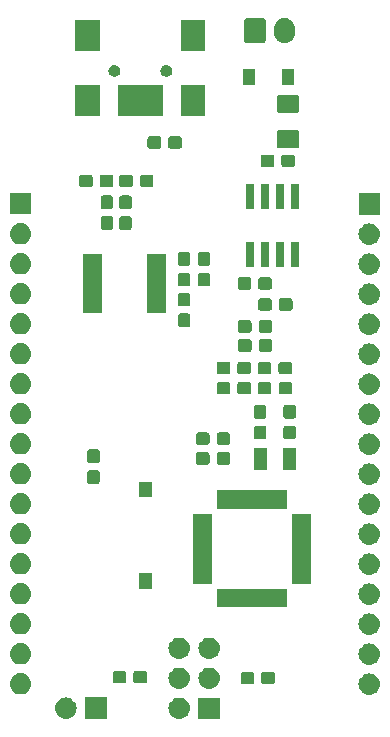
<source format=gbr>
G04 #@! TF.GenerationSoftware,KiCad,Pcbnew,(5.1.4)-1*
G04 #@! TF.CreationDate,2020-03-25T13:11:36-05:00*
G04 #@! TF.ProjectId,ExOneMicrorocessor,45784f6e-654d-4696-9372-6f726f636573,rev?*
G04 #@! TF.SameCoordinates,Original*
G04 #@! TF.FileFunction,Soldermask,Top*
G04 #@! TF.FilePolarity,Negative*
%FSLAX46Y46*%
G04 Gerber Fmt 4.6, Leading zero omitted, Abs format (unit mm)*
G04 Created by KiCad (PCBNEW (5.1.4)-1) date 2020-03-25 13:11:36*
%MOMM*%
%LPD*%
G04 APERTURE LIST*
%ADD10C,0.100000*%
G04 APERTURE END LIST*
D10*
G36*
X157225300Y-125856300D02*
G01*
X155423300Y-125856300D01*
X155423300Y-124054300D01*
X157225300Y-124054300D01*
X157225300Y-125856300D01*
X157225300Y-125856300D01*
G37*
G36*
X153894743Y-124060819D02*
G01*
X153960927Y-124067337D01*
X154130766Y-124118857D01*
X154287291Y-124202522D01*
X154323029Y-124231852D01*
X154424486Y-124315114D01*
X154507748Y-124416571D01*
X154537078Y-124452309D01*
X154620743Y-124608834D01*
X154672263Y-124778673D01*
X154689659Y-124955300D01*
X154672263Y-125131927D01*
X154620743Y-125301766D01*
X154537078Y-125458291D01*
X154507748Y-125494029D01*
X154424486Y-125595486D01*
X154323029Y-125678748D01*
X154287291Y-125708078D01*
X154130766Y-125791743D01*
X153960927Y-125843263D01*
X153894743Y-125849781D01*
X153828560Y-125856300D01*
X153740040Y-125856300D01*
X153673857Y-125849781D01*
X153607673Y-125843263D01*
X153437834Y-125791743D01*
X153281309Y-125708078D01*
X153245571Y-125678748D01*
X153144114Y-125595486D01*
X153060852Y-125494029D01*
X153031522Y-125458291D01*
X152947857Y-125301766D01*
X152896337Y-125131927D01*
X152878941Y-124955300D01*
X152896337Y-124778673D01*
X152947857Y-124608834D01*
X153031522Y-124452309D01*
X153060852Y-124416571D01*
X153144114Y-124315114D01*
X153245571Y-124231852D01*
X153281309Y-124202522D01*
X153437834Y-124118857D01*
X153607673Y-124067337D01*
X153673857Y-124060819D01*
X153740040Y-124054300D01*
X153828560Y-124054300D01*
X153894743Y-124060819D01*
X153894743Y-124060819D01*
G37*
G36*
X147636800Y-125843600D02*
G01*
X145834800Y-125843600D01*
X145834800Y-124041600D01*
X147636800Y-124041600D01*
X147636800Y-125843600D01*
X147636800Y-125843600D01*
G37*
G36*
X144306242Y-124048118D02*
G01*
X144372427Y-124054637D01*
X144542266Y-124106157D01*
X144698791Y-124189822D01*
X144734529Y-124219152D01*
X144835986Y-124302414D01*
X144919248Y-124403871D01*
X144948578Y-124439609D01*
X145032243Y-124596134D01*
X145083763Y-124765973D01*
X145101159Y-124942600D01*
X145083763Y-125119227D01*
X145032243Y-125289066D01*
X144948578Y-125445591D01*
X144938157Y-125458289D01*
X144835986Y-125582786D01*
X144734529Y-125666048D01*
X144698791Y-125695378D01*
X144542266Y-125779043D01*
X144372427Y-125830563D01*
X144306242Y-125837082D01*
X144240060Y-125843600D01*
X144151540Y-125843600D01*
X144085358Y-125837082D01*
X144019173Y-125830563D01*
X143849334Y-125779043D01*
X143692809Y-125695378D01*
X143657071Y-125666048D01*
X143555614Y-125582786D01*
X143453443Y-125458289D01*
X143443022Y-125445591D01*
X143359357Y-125289066D01*
X143307837Y-125119227D01*
X143290441Y-124942600D01*
X143307837Y-124765973D01*
X143359357Y-124596134D01*
X143443022Y-124439609D01*
X143472352Y-124403871D01*
X143555614Y-124302414D01*
X143657071Y-124219152D01*
X143692809Y-124189822D01*
X143849334Y-124106157D01*
X144019173Y-124054637D01*
X144085358Y-124048118D01*
X144151540Y-124041600D01*
X144240060Y-124041600D01*
X144306242Y-124048118D01*
X144306242Y-124048118D01*
G37*
G36*
X169985642Y-122016118D02*
G01*
X170051827Y-122022637D01*
X170221666Y-122074157D01*
X170378191Y-122157822D01*
X170413929Y-122187152D01*
X170515386Y-122270414D01*
X170598648Y-122371871D01*
X170627978Y-122407609D01*
X170711643Y-122564134D01*
X170763163Y-122733973D01*
X170780559Y-122910600D01*
X170763163Y-123087227D01*
X170711643Y-123257066D01*
X170627978Y-123413591D01*
X170598648Y-123449329D01*
X170515386Y-123550786D01*
X170413929Y-123634048D01*
X170378191Y-123663378D01*
X170221666Y-123747043D01*
X170051827Y-123798563D01*
X169985643Y-123805081D01*
X169919460Y-123811600D01*
X169830940Y-123811600D01*
X169764757Y-123805081D01*
X169698573Y-123798563D01*
X169528734Y-123747043D01*
X169372209Y-123663378D01*
X169336471Y-123634048D01*
X169235014Y-123550786D01*
X169151752Y-123449329D01*
X169122422Y-123413591D01*
X169038757Y-123257066D01*
X168987237Y-123087227D01*
X168969841Y-122910600D01*
X168987237Y-122733973D01*
X169038757Y-122564134D01*
X169122422Y-122407609D01*
X169151752Y-122371871D01*
X169235014Y-122270414D01*
X169336471Y-122187152D01*
X169372209Y-122157822D01*
X169528734Y-122074157D01*
X169698573Y-122022637D01*
X169764758Y-122016118D01*
X169830940Y-122009600D01*
X169919460Y-122009600D01*
X169985642Y-122016118D01*
X169985642Y-122016118D01*
G37*
G36*
X140470842Y-121990718D02*
G01*
X140537027Y-121997237D01*
X140706866Y-122048757D01*
X140863391Y-122132422D01*
X140894341Y-122157822D01*
X141000586Y-122245014D01*
X141083848Y-122346471D01*
X141113178Y-122382209D01*
X141196843Y-122538734D01*
X141248363Y-122708573D01*
X141265759Y-122885200D01*
X141248363Y-123061827D01*
X141196843Y-123231666D01*
X141113178Y-123388191D01*
X141083848Y-123423929D01*
X141000586Y-123525386D01*
X140899129Y-123608648D01*
X140863391Y-123637978D01*
X140706866Y-123721643D01*
X140537027Y-123773163D01*
X140470842Y-123779682D01*
X140404660Y-123786200D01*
X140316140Y-123786200D01*
X140249958Y-123779682D01*
X140183773Y-123773163D01*
X140013934Y-123721643D01*
X139857409Y-123637978D01*
X139821671Y-123608648D01*
X139720214Y-123525386D01*
X139636952Y-123423929D01*
X139607622Y-123388191D01*
X139523957Y-123231666D01*
X139472437Y-123061827D01*
X139455041Y-122885200D01*
X139472437Y-122708573D01*
X139523957Y-122538734D01*
X139607622Y-122382209D01*
X139636952Y-122346471D01*
X139720214Y-122245014D01*
X139826459Y-122157822D01*
X139857409Y-122132422D01*
X140013934Y-122048757D01*
X140183773Y-121997237D01*
X140249958Y-121990718D01*
X140316140Y-121984200D01*
X140404660Y-121984200D01*
X140470842Y-121990718D01*
X140470842Y-121990718D01*
G37*
G36*
X153894742Y-121520818D02*
G01*
X153960927Y-121527337D01*
X154130766Y-121578857D01*
X154287291Y-121662522D01*
X154323029Y-121691852D01*
X154424486Y-121775114D01*
X154493782Y-121859553D01*
X154537078Y-121912309D01*
X154537079Y-121912311D01*
X154617839Y-122063400D01*
X154620743Y-122068834D01*
X154672263Y-122238673D01*
X154689659Y-122415300D01*
X154672263Y-122591927D01*
X154620743Y-122761766D01*
X154537078Y-122918291D01*
X154524426Y-122933707D01*
X154424486Y-123055486D01*
X154323029Y-123138748D01*
X154287291Y-123168078D01*
X154130766Y-123251743D01*
X153960927Y-123303263D01*
X153894742Y-123309782D01*
X153828560Y-123316300D01*
X153740040Y-123316300D01*
X153673858Y-123309782D01*
X153607673Y-123303263D01*
X153437834Y-123251743D01*
X153281309Y-123168078D01*
X153245571Y-123138748D01*
X153144114Y-123055486D01*
X153044174Y-122933707D01*
X153031522Y-122918291D01*
X152947857Y-122761766D01*
X152896337Y-122591927D01*
X152878941Y-122415300D01*
X152896337Y-122238673D01*
X152947857Y-122068834D01*
X152950762Y-122063400D01*
X153031521Y-121912311D01*
X153031522Y-121912309D01*
X153074818Y-121859553D01*
X153144114Y-121775114D01*
X153245571Y-121691852D01*
X153281309Y-121662522D01*
X153437834Y-121578857D01*
X153607673Y-121527337D01*
X153673858Y-121520818D01*
X153740040Y-121514300D01*
X153828560Y-121514300D01*
X153894742Y-121520818D01*
X153894742Y-121520818D01*
G37*
G36*
X156434742Y-121520818D02*
G01*
X156500927Y-121527337D01*
X156670766Y-121578857D01*
X156827291Y-121662522D01*
X156863029Y-121691852D01*
X156964486Y-121775114D01*
X157033782Y-121859553D01*
X157077078Y-121912309D01*
X157077079Y-121912311D01*
X157157839Y-122063400D01*
X157160743Y-122068834D01*
X157212263Y-122238673D01*
X157229659Y-122415300D01*
X157212263Y-122591927D01*
X157160743Y-122761766D01*
X157077078Y-122918291D01*
X157064426Y-122933707D01*
X156964486Y-123055486D01*
X156863029Y-123138748D01*
X156827291Y-123168078D01*
X156670766Y-123251743D01*
X156500927Y-123303263D01*
X156434742Y-123309782D01*
X156368560Y-123316300D01*
X156280040Y-123316300D01*
X156213858Y-123309782D01*
X156147673Y-123303263D01*
X155977834Y-123251743D01*
X155821309Y-123168078D01*
X155785571Y-123138748D01*
X155684114Y-123055486D01*
X155584174Y-122933707D01*
X155571522Y-122918291D01*
X155487857Y-122761766D01*
X155436337Y-122591927D01*
X155418941Y-122415300D01*
X155436337Y-122238673D01*
X155487857Y-122068834D01*
X155490762Y-122063400D01*
X155571521Y-121912311D01*
X155571522Y-121912309D01*
X155614818Y-121859553D01*
X155684114Y-121775114D01*
X155785571Y-121691852D01*
X155821309Y-121662522D01*
X155977834Y-121578857D01*
X156147673Y-121527337D01*
X156213858Y-121520818D01*
X156280040Y-121514300D01*
X156368560Y-121514300D01*
X156434742Y-121520818D01*
X156434742Y-121520818D01*
G37*
G36*
X161727299Y-121891205D02*
G01*
X161764795Y-121902580D01*
X161799354Y-121921052D01*
X161829647Y-121945913D01*
X161854508Y-121976206D01*
X161872980Y-122010765D01*
X161884355Y-122048261D01*
X161888800Y-122093398D01*
X161888800Y-122732122D01*
X161884355Y-122777259D01*
X161872980Y-122814755D01*
X161854508Y-122849314D01*
X161829647Y-122879607D01*
X161799354Y-122904468D01*
X161764795Y-122922940D01*
X161727299Y-122934315D01*
X161682162Y-122938760D01*
X160943438Y-122938760D01*
X160898301Y-122934315D01*
X160860805Y-122922940D01*
X160826246Y-122904468D01*
X160795953Y-122879607D01*
X160771092Y-122849314D01*
X160752620Y-122814755D01*
X160741245Y-122777259D01*
X160736800Y-122732122D01*
X160736800Y-122093398D01*
X160741245Y-122048261D01*
X160752620Y-122010765D01*
X160771092Y-121976206D01*
X160795953Y-121945913D01*
X160826246Y-121921052D01*
X160860805Y-121902580D01*
X160898301Y-121891205D01*
X160943438Y-121886760D01*
X161682162Y-121886760D01*
X161727299Y-121891205D01*
X161727299Y-121891205D01*
G37*
G36*
X159977299Y-121891205D02*
G01*
X160014795Y-121902580D01*
X160049354Y-121921052D01*
X160079647Y-121945913D01*
X160104508Y-121976206D01*
X160122980Y-122010765D01*
X160134355Y-122048261D01*
X160138800Y-122093398D01*
X160138800Y-122732122D01*
X160134355Y-122777259D01*
X160122980Y-122814755D01*
X160104508Y-122849314D01*
X160079647Y-122879607D01*
X160049354Y-122904468D01*
X160014795Y-122922940D01*
X159977299Y-122934315D01*
X159932162Y-122938760D01*
X159193438Y-122938760D01*
X159148301Y-122934315D01*
X159110805Y-122922940D01*
X159076246Y-122904468D01*
X159045953Y-122879607D01*
X159021092Y-122849314D01*
X159002620Y-122814755D01*
X158991245Y-122777259D01*
X158986800Y-122732122D01*
X158986800Y-122093398D01*
X158991245Y-122048261D01*
X159002620Y-122010765D01*
X159021092Y-121976206D01*
X159045953Y-121945913D01*
X159076246Y-121921052D01*
X159110805Y-121902580D01*
X159148301Y-121891205D01*
X159193438Y-121886760D01*
X159932162Y-121886760D01*
X159977299Y-121891205D01*
X159977299Y-121891205D01*
G37*
G36*
X149154419Y-121804845D02*
G01*
X149191915Y-121816220D01*
X149226474Y-121834692D01*
X149256767Y-121859553D01*
X149281628Y-121889846D01*
X149300100Y-121924405D01*
X149311475Y-121961901D01*
X149315920Y-122007038D01*
X149315920Y-122645762D01*
X149311475Y-122690899D01*
X149300100Y-122728395D01*
X149281628Y-122762954D01*
X149256767Y-122793247D01*
X149226474Y-122818108D01*
X149191915Y-122836580D01*
X149154419Y-122847955D01*
X149109282Y-122852400D01*
X148370558Y-122852400D01*
X148325421Y-122847955D01*
X148287925Y-122836580D01*
X148253366Y-122818108D01*
X148223073Y-122793247D01*
X148198212Y-122762954D01*
X148179740Y-122728395D01*
X148168365Y-122690899D01*
X148163920Y-122645762D01*
X148163920Y-122007038D01*
X148168365Y-121961901D01*
X148179740Y-121924405D01*
X148198212Y-121889846D01*
X148223073Y-121859553D01*
X148253366Y-121834692D01*
X148287925Y-121816220D01*
X148325421Y-121804845D01*
X148370558Y-121800400D01*
X149109282Y-121800400D01*
X149154419Y-121804845D01*
X149154419Y-121804845D01*
G37*
G36*
X150904419Y-121804845D02*
G01*
X150941915Y-121816220D01*
X150976474Y-121834692D01*
X151006767Y-121859553D01*
X151031628Y-121889846D01*
X151050100Y-121924405D01*
X151061475Y-121961901D01*
X151065920Y-122007038D01*
X151065920Y-122645762D01*
X151061475Y-122690899D01*
X151050100Y-122728395D01*
X151031628Y-122762954D01*
X151006767Y-122793247D01*
X150976474Y-122818108D01*
X150941915Y-122836580D01*
X150904419Y-122847955D01*
X150859282Y-122852400D01*
X150120558Y-122852400D01*
X150075421Y-122847955D01*
X150037925Y-122836580D01*
X150003366Y-122818108D01*
X149973073Y-122793247D01*
X149948212Y-122762954D01*
X149929740Y-122728395D01*
X149918365Y-122690899D01*
X149913920Y-122645762D01*
X149913920Y-122007038D01*
X149918365Y-121961901D01*
X149929740Y-121924405D01*
X149948212Y-121889846D01*
X149973073Y-121859553D01*
X150003366Y-121834692D01*
X150037925Y-121816220D01*
X150075421Y-121804845D01*
X150120558Y-121800400D01*
X150859282Y-121800400D01*
X150904419Y-121804845D01*
X150904419Y-121804845D01*
G37*
G36*
X169985642Y-119476118D02*
G01*
X170051827Y-119482637D01*
X170221666Y-119534157D01*
X170378191Y-119617822D01*
X170413929Y-119647152D01*
X170515386Y-119730414D01*
X170598648Y-119831871D01*
X170627978Y-119867609D01*
X170711643Y-120024134D01*
X170763163Y-120193973D01*
X170780559Y-120370600D01*
X170763163Y-120547227D01*
X170711643Y-120717066D01*
X170627978Y-120873591D01*
X170598648Y-120909329D01*
X170515386Y-121010786D01*
X170413929Y-121094048D01*
X170378191Y-121123378D01*
X170221666Y-121207043D01*
X170051827Y-121258563D01*
X169985642Y-121265082D01*
X169919460Y-121271600D01*
X169830940Y-121271600D01*
X169764758Y-121265082D01*
X169698573Y-121258563D01*
X169528734Y-121207043D01*
X169372209Y-121123378D01*
X169336471Y-121094048D01*
X169235014Y-121010786D01*
X169151752Y-120909329D01*
X169122422Y-120873591D01*
X169038757Y-120717066D01*
X168987237Y-120547227D01*
X168969841Y-120370600D01*
X168987237Y-120193973D01*
X169038757Y-120024134D01*
X169122422Y-119867609D01*
X169151752Y-119831871D01*
X169235014Y-119730414D01*
X169336471Y-119647152D01*
X169372209Y-119617822D01*
X169528734Y-119534157D01*
X169698573Y-119482637D01*
X169764758Y-119476118D01*
X169830940Y-119469600D01*
X169919460Y-119469600D01*
X169985642Y-119476118D01*
X169985642Y-119476118D01*
G37*
G36*
X140470843Y-119450719D02*
G01*
X140537027Y-119457237D01*
X140706866Y-119508757D01*
X140863391Y-119592422D01*
X140894341Y-119617822D01*
X141000586Y-119705014D01*
X141083848Y-119806471D01*
X141113178Y-119842209D01*
X141196843Y-119998734D01*
X141248363Y-120168573D01*
X141265759Y-120345200D01*
X141248363Y-120521827D01*
X141196843Y-120691666D01*
X141113178Y-120848191D01*
X141083848Y-120883929D01*
X141000586Y-120985386D01*
X140899129Y-121068648D01*
X140863391Y-121097978D01*
X140706866Y-121181643D01*
X140537027Y-121233163D01*
X140470842Y-121239682D01*
X140404660Y-121246200D01*
X140316140Y-121246200D01*
X140249958Y-121239682D01*
X140183773Y-121233163D01*
X140013934Y-121181643D01*
X139857409Y-121097978D01*
X139821671Y-121068648D01*
X139720214Y-120985386D01*
X139636952Y-120883929D01*
X139607622Y-120848191D01*
X139523957Y-120691666D01*
X139472437Y-120521827D01*
X139455041Y-120345200D01*
X139472437Y-120168573D01*
X139523957Y-119998734D01*
X139607622Y-119842209D01*
X139636952Y-119806471D01*
X139720214Y-119705014D01*
X139826459Y-119617822D01*
X139857409Y-119592422D01*
X140013934Y-119508757D01*
X140183773Y-119457237D01*
X140249957Y-119450719D01*
X140316140Y-119444200D01*
X140404660Y-119444200D01*
X140470843Y-119450719D01*
X140470843Y-119450719D01*
G37*
G36*
X156434743Y-118980819D02*
G01*
X156500927Y-118987337D01*
X156670766Y-119038857D01*
X156827291Y-119122522D01*
X156863029Y-119151852D01*
X156964486Y-119235114D01*
X157047748Y-119336571D01*
X157077078Y-119372309D01*
X157160743Y-119528834D01*
X157212263Y-119698673D01*
X157229659Y-119875300D01*
X157212263Y-120051927D01*
X157160743Y-120221766D01*
X157077078Y-120378291D01*
X157047748Y-120414029D01*
X156964486Y-120515486D01*
X156863029Y-120598748D01*
X156827291Y-120628078D01*
X156670766Y-120711743D01*
X156500927Y-120763263D01*
X156434743Y-120769781D01*
X156368560Y-120776300D01*
X156280040Y-120776300D01*
X156213857Y-120769781D01*
X156147673Y-120763263D01*
X155977834Y-120711743D01*
X155821309Y-120628078D01*
X155785571Y-120598748D01*
X155684114Y-120515486D01*
X155600852Y-120414029D01*
X155571522Y-120378291D01*
X155487857Y-120221766D01*
X155436337Y-120051927D01*
X155418941Y-119875300D01*
X155436337Y-119698673D01*
X155487857Y-119528834D01*
X155571522Y-119372309D01*
X155600852Y-119336571D01*
X155684114Y-119235114D01*
X155785571Y-119151852D01*
X155821309Y-119122522D01*
X155977834Y-119038857D01*
X156147673Y-118987337D01*
X156213857Y-118980819D01*
X156280040Y-118974300D01*
X156368560Y-118974300D01*
X156434743Y-118980819D01*
X156434743Y-118980819D01*
G37*
G36*
X153894743Y-118980819D02*
G01*
X153960927Y-118987337D01*
X154130766Y-119038857D01*
X154287291Y-119122522D01*
X154323029Y-119151852D01*
X154424486Y-119235114D01*
X154507748Y-119336571D01*
X154537078Y-119372309D01*
X154620743Y-119528834D01*
X154672263Y-119698673D01*
X154689659Y-119875300D01*
X154672263Y-120051927D01*
X154620743Y-120221766D01*
X154537078Y-120378291D01*
X154507748Y-120414029D01*
X154424486Y-120515486D01*
X154323029Y-120598748D01*
X154287291Y-120628078D01*
X154130766Y-120711743D01*
X153960927Y-120763263D01*
X153894743Y-120769781D01*
X153828560Y-120776300D01*
X153740040Y-120776300D01*
X153673857Y-120769781D01*
X153607673Y-120763263D01*
X153437834Y-120711743D01*
X153281309Y-120628078D01*
X153245571Y-120598748D01*
X153144114Y-120515486D01*
X153060852Y-120414029D01*
X153031522Y-120378291D01*
X152947857Y-120221766D01*
X152896337Y-120051927D01*
X152878941Y-119875300D01*
X152896337Y-119698673D01*
X152947857Y-119528834D01*
X153031522Y-119372309D01*
X153060852Y-119336571D01*
X153144114Y-119235114D01*
X153245571Y-119151852D01*
X153281309Y-119122522D01*
X153437834Y-119038857D01*
X153607673Y-118987337D01*
X153673857Y-118980819D01*
X153740040Y-118974300D01*
X153828560Y-118974300D01*
X153894743Y-118980819D01*
X153894743Y-118980819D01*
G37*
G36*
X169985643Y-116936119D02*
G01*
X170051827Y-116942637D01*
X170221666Y-116994157D01*
X170378191Y-117077822D01*
X170413929Y-117107152D01*
X170515386Y-117190414D01*
X170598648Y-117291871D01*
X170627978Y-117327609D01*
X170711643Y-117484134D01*
X170763163Y-117653973D01*
X170780559Y-117830600D01*
X170763163Y-118007227D01*
X170711643Y-118177066D01*
X170627978Y-118333591D01*
X170598648Y-118369329D01*
X170515386Y-118470786D01*
X170413929Y-118554048D01*
X170378191Y-118583378D01*
X170221666Y-118667043D01*
X170051827Y-118718563D01*
X169985643Y-118725081D01*
X169919460Y-118731600D01*
X169830940Y-118731600D01*
X169764757Y-118725081D01*
X169698573Y-118718563D01*
X169528734Y-118667043D01*
X169372209Y-118583378D01*
X169336471Y-118554048D01*
X169235014Y-118470786D01*
X169151752Y-118369329D01*
X169122422Y-118333591D01*
X169038757Y-118177066D01*
X168987237Y-118007227D01*
X168969841Y-117830600D01*
X168987237Y-117653973D01*
X169038757Y-117484134D01*
X169122422Y-117327609D01*
X169151752Y-117291871D01*
X169235014Y-117190414D01*
X169336471Y-117107152D01*
X169372209Y-117077822D01*
X169528734Y-116994157D01*
X169698573Y-116942637D01*
X169764757Y-116936119D01*
X169830940Y-116929600D01*
X169919460Y-116929600D01*
X169985643Y-116936119D01*
X169985643Y-116936119D01*
G37*
G36*
X140470842Y-116910718D02*
G01*
X140537027Y-116917237D01*
X140706866Y-116968757D01*
X140863391Y-117052422D01*
X140894341Y-117077822D01*
X141000586Y-117165014D01*
X141083848Y-117266471D01*
X141113178Y-117302209D01*
X141196843Y-117458734D01*
X141248363Y-117628573D01*
X141265759Y-117805200D01*
X141248363Y-117981827D01*
X141196843Y-118151666D01*
X141113178Y-118308191D01*
X141083848Y-118343929D01*
X141000586Y-118445386D01*
X140899129Y-118528648D01*
X140863391Y-118557978D01*
X140706866Y-118641643D01*
X140537027Y-118693163D01*
X140470842Y-118699682D01*
X140404660Y-118706200D01*
X140316140Y-118706200D01*
X140249958Y-118699682D01*
X140183773Y-118693163D01*
X140013934Y-118641643D01*
X139857409Y-118557978D01*
X139821671Y-118528648D01*
X139720214Y-118445386D01*
X139636952Y-118343929D01*
X139607622Y-118308191D01*
X139523957Y-118151666D01*
X139472437Y-117981827D01*
X139455041Y-117805200D01*
X139472437Y-117628573D01*
X139523957Y-117458734D01*
X139607622Y-117302209D01*
X139636952Y-117266471D01*
X139720214Y-117165014D01*
X139826459Y-117077822D01*
X139857409Y-117052422D01*
X140013934Y-116968757D01*
X140183773Y-116917237D01*
X140249958Y-116910718D01*
X140316140Y-116904200D01*
X140404660Y-116904200D01*
X140470842Y-116910718D01*
X140470842Y-116910718D01*
G37*
G36*
X162894960Y-116421200D02*
G01*
X157012960Y-116421200D01*
X157012960Y-114829200D01*
X162894960Y-114829200D01*
X162894960Y-116421200D01*
X162894960Y-116421200D01*
G37*
G36*
X169985642Y-114396118D02*
G01*
X170051827Y-114402637D01*
X170221666Y-114454157D01*
X170378191Y-114537822D01*
X170413929Y-114567152D01*
X170515386Y-114650414D01*
X170598648Y-114751871D01*
X170627978Y-114787609D01*
X170711643Y-114944134D01*
X170763163Y-115113973D01*
X170780559Y-115290600D01*
X170763163Y-115467227D01*
X170711643Y-115637066D01*
X170627978Y-115793591D01*
X170598648Y-115829329D01*
X170515386Y-115930786D01*
X170413929Y-116014048D01*
X170378191Y-116043378D01*
X170221666Y-116127043D01*
X170051827Y-116178563D01*
X169985643Y-116185081D01*
X169919460Y-116191600D01*
X169830940Y-116191600D01*
X169764757Y-116185081D01*
X169698573Y-116178563D01*
X169528734Y-116127043D01*
X169372209Y-116043378D01*
X169336471Y-116014048D01*
X169235014Y-115930786D01*
X169151752Y-115829329D01*
X169122422Y-115793591D01*
X169038757Y-115637066D01*
X168987237Y-115467227D01*
X168969841Y-115290600D01*
X168987237Y-115113973D01*
X169038757Y-114944134D01*
X169122422Y-114787609D01*
X169151752Y-114751871D01*
X169235014Y-114650414D01*
X169336471Y-114567152D01*
X169372209Y-114537822D01*
X169528734Y-114454157D01*
X169698573Y-114402637D01*
X169764758Y-114396118D01*
X169830940Y-114389600D01*
X169919460Y-114389600D01*
X169985642Y-114396118D01*
X169985642Y-114396118D01*
G37*
G36*
X140470843Y-114370719D02*
G01*
X140537027Y-114377237D01*
X140706866Y-114428757D01*
X140863391Y-114512422D01*
X140894341Y-114537822D01*
X141000586Y-114625014D01*
X141083848Y-114726471D01*
X141113178Y-114762209D01*
X141196843Y-114918734D01*
X141248363Y-115088573D01*
X141265759Y-115265200D01*
X141248363Y-115441827D01*
X141196843Y-115611666D01*
X141113178Y-115768191D01*
X141083848Y-115803929D01*
X141000586Y-115905386D01*
X140899129Y-115988648D01*
X140863391Y-116017978D01*
X140706866Y-116101643D01*
X140537027Y-116153163D01*
X140470843Y-116159681D01*
X140404660Y-116166200D01*
X140316140Y-116166200D01*
X140249957Y-116159681D01*
X140183773Y-116153163D01*
X140013934Y-116101643D01*
X139857409Y-116017978D01*
X139821671Y-115988648D01*
X139720214Y-115905386D01*
X139636952Y-115803929D01*
X139607622Y-115768191D01*
X139523957Y-115611666D01*
X139472437Y-115441827D01*
X139455041Y-115265200D01*
X139472437Y-115088573D01*
X139523957Y-114918734D01*
X139607622Y-114762209D01*
X139636952Y-114726471D01*
X139720214Y-114625014D01*
X139826459Y-114537822D01*
X139857409Y-114512422D01*
X140013934Y-114428757D01*
X140183773Y-114377237D01*
X140249957Y-114370719D01*
X140316140Y-114364200D01*
X140404660Y-114364200D01*
X140470843Y-114370719D01*
X140470843Y-114370719D01*
G37*
G36*
X151477800Y-114863200D02*
G01*
X150375800Y-114863200D01*
X150375800Y-113511200D01*
X151477800Y-113511200D01*
X151477800Y-114863200D01*
X151477800Y-114863200D01*
G37*
G36*
X164919960Y-114396200D02*
G01*
X163327960Y-114396200D01*
X163327960Y-108514200D01*
X164919960Y-108514200D01*
X164919960Y-114396200D01*
X164919960Y-114396200D01*
G37*
G36*
X156579960Y-114396200D02*
G01*
X154987960Y-114396200D01*
X154987960Y-108514200D01*
X156579960Y-108514200D01*
X156579960Y-114396200D01*
X156579960Y-114396200D01*
G37*
G36*
X169985642Y-111856118D02*
G01*
X170051827Y-111862637D01*
X170221666Y-111914157D01*
X170378191Y-111997822D01*
X170413929Y-112027152D01*
X170515386Y-112110414D01*
X170598648Y-112211871D01*
X170627978Y-112247609D01*
X170711643Y-112404134D01*
X170763163Y-112573973D01*
X170780559Y-112750600D01*
X170763163Y-112927227D01*
X170711643Y-113097066D01*
X170627978Y-113253591D01*
X170598648Y-113289329D01*
X170515386Y-113390786D01*
X170413929Y-113474048D01*
X170378191Y-113503378D01*
X170221666Y-113587043D01*
X170051827Y-113638563D01*
X169985642Y-113645082D01*
X169919460Y-113651600D01*
X169830940Y-113651600D01*
X169764758Y-113645082D01*
X169698573Y-113638563D01*
X169528734Y-113587043D01*
X169372209Y-113503378D01*
X169336471Y-113474048D01*
X169235014Y-113390786D01*
X169151752Y-113289329D01*
X169122422Y-113253591D01*
X169038757Y-113097066D01*
X168987237Y-112927227D01*
X168969841Y-112750600D01*
X168987237Y-112573973D01*
X169038757Y-112404134D01*
X169122422Y-112247609D01*
X169151752Y-112211871D01*
X169235014Y-112110414D01*
X169336471Y-112027152D01*
X169372209Y-111997822D01*
X169528734Y-111914157D01*
X169698573Y-111862637D01*
X169764758Y-111856118D01*
X169830940Y-111849600D01*
X169919460Y-111849600D01*
X169985642Y-111856118D01*
X169985642Y-111856118D01*
G37*
G36*
X140470843Y-111830719D02*
G01*
X140537027Y-111837237D01*
X140706866Y-111888757D01*
X140863391Y-111972422D01*
X140894341Y-111997822D01*
X141000586Y-112085014D01*
X141083848Y-112186471D01*
X141113178Y-112222209D01*
X141196843Y-112378734D01*
X141248363Y-112548573D01*
X141265759Y-112725200D01*
X141248363Y-112901827D01*
X141196843Y-113071666D01*
X141113178Y-113228191D01*
X141083848Y-113263929D01*
X141000586Y-113365386D01*
X140899129Y-113448648D01*
X140863391Y-113477978D01*
X140706866Y-113561643D01*
X140537027Y-113613163D01*
X140470843Y-113619681D01*
X140404660Y-113626200D01*
X140316140Y-113626200D01*
X140249957Y-113619681D01*
X140183773Y-113613163D01*
X140013934Y-113561643D01*
X139857409Y-113477978D01*
X139821671Y-113448648D01*
X139720214Y-113365386D01*
X139636952Y-113263929D01*
X139607622Y-113228191D01*
X139523957Y-113071666D01*
X139472437Y-112901827D01*
X139455041Y-112725200D01*
X139472437Y-112548573D01*
X139523957Y-112378734D01*
X139607622Y-112222209D01*
X139636952Y-112186471D01*
X139720214Y-112085014D01*
X139826459Y-111997822D01*
X139857409Y-111972422D01*
X140013934Y-111888757D01*
X140183773Y-111837237D01*
X140249957Y-111830719D01*
X140316140Y-111824200D01*
X140404660Y-111824200D01*
X140470843Y-111830719D01*
X140470843Y-111830719D01*
G37*
G36*
X169985643Y-109316119D02*
G01*
X170051827Y-109322637D01*
X170221666Y-109374157D01*
X170378191Y-109457822D01*
X170413929Y-109487152D01*
X170515386Y-109570414D01*
X170598648Y-109671871D01*
X170627978Y-109707609D01*
X170711643Y-109864134D01*
X170763163Y-110033973D01*
X170780559Y-110210600D01*
X170763163Y-110387227D01*
X170711643Y-110557066D01*
X170627978Y-110713591D01*
X170598648Y-110749329D01*
X170515386Y-110850786D01*
X170413929Y-110934048D01*
X170378191Y-110963378D01*
X170221666Y-111047043D01*
X170051827Y-111098563D01*
X169985642Y-111105082D01*
X169919460Y-111111600D01*
X169830940Y-111111600D01*
X169764758Y-111105082D01*
X169698573Y-111098563D01*
X169528734Y-111047043D01*
X169372209Y-110963378D01*
X169336471Y-110934048D01*
X169235014Y-110850786D01*
X169151752Y-110749329D01*
X169122422Y-110713591D01*
X169038757Y-110557066D01*
X168987237Y-110387227D01*
X168969841Y-110210600D01*
X168987237Y-110033973D01*
X169038757Y-109864134D01*
X169122422Y-109707609D01*
X169151752Y-109671871D01*
X169235014Y-109570414D01*
X169336471Y-109487152D01*
X169372209Y-109457822D01*
X169528734Y-109374157D01*
X169698573Y-109322637D01*
X169764757Y-109316119D01*
X169830940Y-109309600D01*
X169919460Y-109309600D01*
X169985643Y-109316119D01*
X169985643Y-109316119D01*
G37*
G36*
X140470843Y-109290719D02*
G01*
X140537027Y-109297237D01*
X140706866Y-109348757D01*
X140863391Y-109432422D01*
X140894341Y-109457822D01*
X141000586Y-109545014D01*
X141083848Y-109646471D01*
X141113178Y-109682209D01*
X141196843Y-109838734D01*
X141248363Y-110008573D01*
X141265759Y-110185200D01*
X141248363Y-110361827D01*
X141196843Y-110531666D01*
X141113178Y-110688191D01*
X141083848Y-110723929D01*
X141000586Y-110825386D01*
X140899129Y-110908648D01*
X140863391Y-110937978D01*
X140706866Y-111021643D01*
X140537027Y-111073163D01*
X140470842Y-111079682D01*
X140404660Y-111086200D01*
X140316140Y-111086200D01*
X140249958Y-111079682D01*
X140183773Y-111073163D01*
X140013934Y-111021643D01*
X139857409Y-110937978D01*
X139821671Y-110908648D01*
X139720214Y-110825386D01*
X139636952Y-110723929D01*
X139607622Y-110688191D01*
X139523957Y-110531666D01*
X139472437Y-110361827D01*
X139455041Y-110185200D01*
X139472437Y-110008573D01*
X139523957Y-109838734D01*
X139607622Y-109682209D01*
X139636952Y-109646471D01*
X139720214Y-109545014D01*
X139826459Y-109457822D01*
X139857409Y-109432422D01*
X140013934Y-109348757D01*
X140183773Y-109297237D01*
X140249957Y-109290719D01*
X140316140Y-109284200D01*
X140404660Y-109284200D01*
X140470843Y-109290719D01*
X140470843Y-109290719D01*
G37*
G36*
X169985643Y-106776119D02*
G01*
X170051827Y-106782637D01*
X170221666Y-106834157D01*
X170378191Y-106917822D01*
X170413929Y-106947152D01*
X170515386Y-107030414D01*
X170598648Y-107131871D01*
X170627978Y-107167609D01*
X170711643Y-107324134D01*
X170763163Y-107493973D01*
X170780559Y-107670600D01*
X170763163Y-107847227D01*
X170711643Y-108017066D01*
X170627978Y-108173591D01*
X170598648Y-108209329D01*
X170515386Y-108310786D01*
X170413929Y-108394048D01*
X170378191Y-108423378D01*
X170221666Y-108507043D01*
X170051827Y-108558563D01*
X169985642Y-108565082D01*
X169919460Y-108571600D01*
X169830940Y-108571600D01*
X169764758Y-108565082D01*
X169698573Y-108558563D01*
X169528734Y-108507043D01*
X169372209Y-108423378D01*
X169336471Y-108394048D01*
X169235014Y-108310786D01*
X169151752Y-108209329D01*
X169122422Y-108173591D01*
X169038757Y-108017066D01*
X168987237Y-107847227D01*
X168969841Y-107670600D01*
X168987237Y-107493973D01*
X169038757Y-107324134D01*
X169122422Y-107167609D01*
X169151752Y-107131871D01*
X169235014Y-107030414D01*
X169336471Y-106947152D01*
X169372209Y-106917822D01*
X169528734Y-106834157D01*
X169698573Y-106782637D01*
X169764757Y-106776119D01*
X169830940Y-106769600D01*
X169919460Y-106769600D01*
X169985643Y-106776119D01*
X169985643Y-106776119D01*
G37*
G36*
X140470842Y-106750718D02*
G01*
X140537027Y-106757237D01*
X140706866Y-106808757D01*
X140863391Y-106892422D01*
X140894341Y-106917822D01*
X141000586Y-107005014D01*
X141083848Y-107106471D01*
X141113178Y-107142209D01*
X141196843Y-107298734D01*
X141248363Y-107468573D01*
X141265759Y-107645200D01*
X141248363Y-107821827D01*
X141196843Y-107991666D01*
X141113178Y-108148191D01*
X141083848Y-108183929D01*
X141000586Y-108285386D01*
X140899129Y-108368648D01*
X140863391Y-108397978D01*
X140706866Y-108481643D01*
X140537027Y-108533163D01*
X140470843Y-108539681D01*
X140404660Y-108546200D01*
X140316140Y-108546200D01*
X140249957Y-108539681D01*
X140183773Y-108533163D01*
X140013934Y-108481643D01*
X139857409Y-108397978D01*
X139821671Y-108368648D01*
X139720214Y-108285386D01*
X139636952Y-108183929D01*
X139607622Y-108148191D01*
X139523957Y-107991666D01*
X139472437Y-107821827D01*
X139455041Y-107645200D01*
X139472437Y-107468573D01*
X139523957Y-107298734D01*
X139607622Y-107142209D01*
X139636952Y-107106471D01*
X139720214Y-107005014D01*
X139826459Y-106917822D01*
X139857409Y-106892422D01*
X140013934Y-106808757D01*
X140183773Y-106757237D01*
X140249958Y-106750718D01*
X140316140Y-106744200D01*
X140404660Y-106744200D01*
X140470842Y-106750718D01*
X140470842Y-106750718D01*
G37*
G36*
X162894960Y-108081200D02*
G01*
X157012960Y-108081200D01*
X157012960Y-106489200D01*
X162894960Y-106489200D01*
X162894960Y-108081200D01*
X162894960Y-108081200D01*
G37*
G36*
X151477800Y-107113200D02*
G01*
X150375800Y-107113200D01*
X150375800Y-105761200D01*
X151477800Y-105761200D01*
X151477800Y-107113200D01*
X151477800Y-107113200D01*
G37*
G36*
X169985642Y-104236118D02*
G01*
X170051827Y-104242637D01*
X170221666Y-104294157D01*
X170221668Y-104294158D01*
X170269977Y-104319980D01*
X170378191Y-104377822D01*
X170413929Y-104407152D01*
X170515386Y-104490414D01*
X170598648Y-104591871D01*
X170627978Y-104627609D01*
X170711643Y-104784134D01*
X170763163Y-104953973D01*
X170780559Y-105130600D01*
X170763163Y-105307227D01*
X170711643Y-105477066D01*
X170627978Y-105633591D01*
X170598648Y-105669329D01*
X170515386Y-105770786D01*
X170413929Y-105854048D01*
X170378191Y-105883378D01*
X170221666Y-105967043D01*
X170051827Y-106018563D01*
X169985643Y-106025081D01*
X169919460Y-106031600D01*
X169830940Y-106031600D01*
X169764757Y-106025081D01*
X169698573Y-106018563D01*
X169528734Y-105967043D01*
X169372209Y-105883378D01*
X169336471Y-105854048D01*
X169235014Y-105770786D01*
X169151752Y-105669329D01*
X169122422Y-105633591D01*
X169038757Y-105477066D01*
X168987237Y-105307227D01*
X168969841Y-105130600D01*
X168987237Y-104953973D01*
X169038757Y-104784134D01*
X169122422Y-104627609D01*
X169151752Y-104591871D01*
X169235014Y-104490414D01*
X169336471Y-104407152D01*
X169372209Y-104377822D01*
X169480423Y-104319980D01*
X169528732Y-104294158D01*
X169528734Y-104294157D01*
X169698573Y-104242637D01*
X169764758Y-104236118D01*
X169830940Y-104229600D01*
X169919460Y-104229600D01*
X169985642Y-104236118D01*
X169985642Y-104236118D01*
G37*
G36*
X140470842Y-104210718D02*
G01*
X140537027Y-104217237D01*
X140706866Y-104268757D01*
X140863391Y-104352422D01*
X140894341Y-104377822D01*
X141000586Y-104465014D01*
X141083848Y-104566471D01*
X141113178Y-104602209D01*
X141196843Y-104758734D01*
X141248363Y-104928573D01*
X141265759Y-105105200D01*
X141248363Y-105281827D01*
X141196843Y-105451666D01*
X141113178Y-105608191D01*
X141083848Y-105643929D01*
X141000586Y-105745386D01*
X140906505Y-105822595D01*
X140863391Y-105857978D01*
X140706866Y-105941643D01*
X140537027Y-105993163D01*
X140470843Y-105999681D01*
X140404660Y-106006200D01*
X140316140Y-106006200D01*
X140249957Y-105999681D01*
X140183773Y-105993163D01*
X140013934Y-105941643D01*
X139857409Y-105857978D01*
X139814295Y-105822595D01*
X139720214Y-105745386D01*
X139636952Y-105643929D01*
X139607622Y-105608191D01*
X139523957Y-105451666D01*
X139472437Y-105281827D01*
X139455041Y-105105200D01*
X139472437Y-104928573D01*
X139523957Y-104758734D01*
X139607622Y-104602209D01*
X139636952Y-104566471D01*
X139720214Y-104465014D01*
X139826459Y-104377822D01*
X139857409Y-104352422D01*
X140013934Y-104268757D01*
X140183773Y-104217237D01*
X140249958Y-104210718D01*
X140316140Y-104204200D01*
X140404660Y-104204200D01*
X140470842Y-104210718D01*
X140470842Y-104210718D01*
G37*
G36*
X146897099Y-104799045D02*
G01*
X146934595Y-104810420D01*
X146969154Y-104828892D01*
X146999447Y-104853753D01*
X147024308Y-104884046D01*
X147042780Y-104918605D01*
X147054155Y-104956101D01*
X147058600Y-105001238D01*
X147058600Y-105739962D01*
X147054155Y-105785099D01*
X147042780Y-105822595D01*
X147024308Y-105857154D01*
X146999447Y-105887447D01*
X146969154Y-105912308D01*
X146934595Y-105930780D01*
X146897099Y-105942155D01*
X146851962Y-105946600D01*
X146213238Y-105946600D01*
X146168101Y-105942155D01*
X146130605Y-105930780D01*
X146096046Y-105912308D01*
X146065753Y-105887447D01*
X146040892Y-105857154D01*
X146022420Y-105822595D01*
X146011045Y-105785099D01*
X146006600Y-105739962D01*
X146006600Y-105001238D01*
X146011045Y-104956101D01*
X146022420Y-104918605D01*
X146040892Y-104884046D01*
X146065753Y-104853753D01*
X146096046Y-104828892D01*
X146130605Y-104810420D01*
X146168101Y-104799045D01*
X146213238Y-104794600D01*
X146851962Y-104794600D01*
X146897099Y-104799045D01*
X146897099Y-104799045D01*
G37*
G36*
X163690440Y-104786200D02*
G01*
X162588440Y-104786200D01*
X162588440Y-102884200D01*
X163690440Y-102884200D01*
X163690440Y-104786200D01*
X163690440Y-104786200D01*
G37*
G36*
X161190440Y-104786200D02*
G01*
X160088440Y-104786200D01*
X160088440Y-102884200D01*
X161190440Y-102884200D01*
X161190440Y-104786200D01*
X161190440Y-104786200D01*
G37*
G36*
X156195299Y-103288245D02*
G01*
X156232795Y-103299620D01*
X156267354Y-103318092D01*
X156297647Y-103342953D01*
X156322508Y-103373246D01*
X156340980Y-103407805D01*
X156352355Y-103445301D01*
X156356800Y-103490438D01*
X156356800Y-104129162D01*
X156352355Y-104174299D01*
X156340980Y-104211795D01*
X156322508Y-104246354D01*
X156297647Y-104276647D01*
X156267354Y-104301508D01*
X156232795Y-104319980D01*
X156195299Y-104331355D01*
X156150162Y-104335800D01*
X155411438Y-104335800D01*
X155366301Y-104331355D01*
X155328805Y-104319980D01*
X155294246Y-104301508D01*
X155263953Y-104276647D01*
X155239092Y-104246354D01*
X155220620Y-104211795D01*
X155209245Y-104174299D01*
X155204800Y-104129162D01*
X155204800Y-103490438D01*
X155209245Y-103445301D01*
X155220620Y-103407805D01*
X155239092Y-103373246D01*
X155263953Y-103342953D01*
X155294246Y-103318092D01*
X155328805Y-103299620D01*
X155366301Y-103288245D01*
X155411438Y-103283800D01*
X156150162Y-103283800D01*
X156195299Y-103288245D01*
X156195299Y-103288245D01*
G37*
G36*
X157945299Y-103288245D02*
G01*
X157982795Y-103299620D01*
X158017354Y-103318092D01*
X158047647Y-103342953D01*
X158072508Y-103373246D01*
X158090980Y-103407805D01*
X158102355Y-103445301D01*
X158106800Y-103490438D01*
X158106800Y-104129162D01*
X158102355Y-104174299D01*
X158090980Y-104211795D01*
X158072508Y-104246354D01*
X158047647Y-104276647D01*
X158017354Y-104301508D01*
X157982795Y-104319980D01*
X157945299Y-104331355D01*
X157900162Y-104335800D01*
X157161438Y-104335800D01*
X157116301Y-104331355D01*
X157078805Y-104319980D01*
X157044246Y-104301508D01*
X157013953Y-104276647D01*
X156989092Y-104246354D01*
X156970620Y-104211795D01*
X156959245Y-104174299D01*
X156954800Y-104129162D01*
X156954800Y-103490438D01*
X156959245Y-103445301D01*
X156970620Y-103407805D01*
X156989092Y-103373246D01*
X157013953Y-103342953D01*
X157044246Y-103318092D01*
X157078805Y-103299620D01*
X157116301Y-103288245D01*
X157161438Y-103283800D01*
X157900162Y-103283800D01*
X157945299Y-103288245D01*
X157945299Y-103288245D01*
G37*
G36*
X146897099Y-103049045D02*
G01*
X146934595Y-103060420D01*
X146969154Y-103078892D01*
X146999447Y-103103753D01*
X147024308Y-103134046D01*
X147042780Y-103168605D01*
X147054155Y-103206101D01*
X147058600Y-103251238D01*
X147058600Y-103989962D01*
X147054155Y-104035099D01*
X147042780Y-104072595D01*
X147024308Y-104107154D01*
X146999447Y-104137447D01*
X146969154Y-104162308D01*
X146934595Y-104180780D01*
X146897099Y-104192155D01*
X146851962Y-104196600D01*
X146213238Y-104196600D01*
X146168101Y-104192155D01*
X146130605Y-104180780D01*
X146096046Y-104162308D01*
X146065753Y-104137447D01*
X146040892Y-104107154D01*
X146022420Y-104072595D01*
X146011045Y-104035099D01*
X146006600Y-103989962D01*
X146006600Y-103251238D01*
X146011045Y-103206101D01*
X146022420Y-103168605D01*
X146040892Y-103134046D01*
X146065753Y-103103753D01*
X146096046Y-103078892D01*
X146130605Y-103060420D01*
X146168101Y-103049045D01*
X146213238Y-103044600D01*
X146851962Y-103044600D01*
X146897099Y-103049045D01*
X146897099Y-103049045D01*
G37*
G36*
X169985642Y-101696118D02*
G01*
X170051827Y-101702637D01*
X170221666Y-101754157D01*
X170378191Y-101837822D01*
X170413929Y-101867152D01*
X170515386Y-101950414D01*
X170571447Y-102018726D01*
X170627978Y-102087609D01*
X170711643Y-102244134D01*
X170763163Y-102413973D01*
X170780559Y-102590600D01*
X170763163Y-102767227D01*
X170711643Y-102937066D01*
X170627978Y-103093591D01*
X170619638Y-103103753D01*
X170515386Y-103230786D01*
X170431510Y-103299620D01*
X170378191Y-103343378D01*
X170378189Y-103343379D01*
X170257658Y-103407805D01*
X170221666Y-103427043D01*
X170051827Y-103478563D01*
X169985643Y-103485081D01*
X169919460Y-103491600D01*
X169830940Y-103491600D01*
X169764757Y-103485081D01*
X169698573Y-103478563D01*
X169528734Y-103427043D01*
X169492743Y-103407805D01*
X169372211Y-103343379D01*
X169372209Y-103343378D01*
X169318890Y-103299620D01*
X169235014Y-103230786D01*
X169130762Y-103103753D01*
X169122422Y-103093591D01*
X169038757Y-102937066D01*
X168987237Y-102767227D01*
X168969841Y-102590600D01*
X168987237Y-102413973D01*
X169038757Y-102244134D01*
X169122422Y-102087609D01*
X169178953Y-102018726D01*
X169235014Y-101950414D01*
X169336471Y-101867152D01*
X169372209Y-101837822D01*
X169528734Y-101754157D01*
X169698573Y-101702637D01*
X169764757Y-101696119D01*
X169830940Y-101689600D01*
X169919460Y-101689600D01*
X169985642Y-101696118D01*
X169985642Y-101696118D01*
G37*
G36*
X140470842Y-101670718D02*
G01*
X140537027Y-101677237D01*
X140706866Y-101728757D01*
X140863391Y-101812422D01*
X140894341Y-101837822D01*
X141000586Y-101925014D01*
X141077492Y-102018726D01*
X141113178Y-102062209D01*
X141196843Y-102218734D01*
X141248363Y-102388573D01*
X141265759Y-102565200D01*
X141248363Y-102741827D01*
X141196843Y-102911666D01*
X141113178Y-103068191D01*
X141083993Y-103103753D01*
X141000586Y-103205386D01*
X140905037Y-103283800D01*
X140863391Y-103317978D01*
X140706866Y-103401643D01*
X140537027Y-103453163D01*
X140470842Y-103459682D01*
X140404660Y-103466200D01*
X140316140Y-103466200D01*
X140249958Y-103459682D01*
X140183773Y-103453163D01*
X140013934Y-103401643D01*
X139857409Y-103317978D01*
X139815763Y-103283800D01*
X139720214Y-103205386D01*
X139636807Y-103103753D01*
X139607622Y-103068191D01*
X139523957Y-102911666D01*
X139472437Y-102741827D01*
X139455041Y-102565200D01*
X139472437Y-102388573D01*
X139523957Y-102218734D01*
X139607622Y-102062209D01*
X139643308Y-102018726D01*
X139720214Y-101925014D01*
X139826459Y-101837822D01*
X139857409Y-101812422D01*
X140013934Y-101728757D01*
X140183773Y-101677237D01*
X140249958Y-101670718D01*
X140316140Y-101664200D01*
X140404660Y-101664200D01*
X140470842Y-101670718D01*
X140470842Y-101670718D01*
G37*
G36*
X156195299Y-101611845D02*
G01*
X156232795Y-101623220D01*
X156267354Y-101641692D01*
X156297647Y-101666553D01*
X156322508Y-101696846D01*
X156340980Y-101731405D01*
X156352355Y-101768901D01*
X156356800Y-101814038D01*
X156356800Y-102452762D01*
X156352355Y-102497899D01*
X156340980Y-102535395D01*
X156322508Y-102569954D01*
X156297647Y-102600247D01*
X156267354Y-102625108D01*
X156232795Y-102643580D01*
X156195299Y-102654955D01*
X156150162Y-102659400D01*
X155411438Y-102659400D01*
X155366301Y-102654955D01*
X155328805Y-102643580D01*
X155294246Y-102625108D01*
X155263953Y-102600247D01*
X155239092Y-102569954D01*
X155220620Y-102535395D01*
X155209245Y-102497899D01*
X155204800Y-102452762D01*
X155204800Y-101814038D01*
X155209245Y-101768901D01*
X155220620Y-101731405D01*
X155239092Y-101696846D01*
X155263953Y-101666553D01*
X155294246Y-101641692D01*
X155328805Y-101623220D01*
X155366301Y-101611845D01*
X155411438Y-101607400D01*
X156150162Y-101607400D01*
X156195299Y-101611845D01*
X156195299Y-101611845D01*
G37*
G36*
X157945299Y-101611845D02*
G01*
X157982795Y-101623220D01*
X158017354Y-101641692D01*
X158047647Y-101666553D01*
X158072508Y-101696846D01*
X158090980Y-101731405D01*
X158102355Y-101768901D01*
X158106800Y-101814038D01*
X158106800Y-102452762D01*
X158102355Y-102497899D01*
X158090980Y-102535395D01*
X158072508Y-102569954D01*
X158047647Y-102600247D01*
X158017354Y-102625108D01*
X157982795Y-102643580D01*
X157945299Y-102654955D01*
X157900162Y-102659400D01*
X157161438Y-102659400D01*
X157116301Y-102654955D01*
X157078805Y-102643580D01*
X157044246Y-102625108D01*
X157013953Y-102600247D01*
X156989092Y-102569954D01*
X156970620Y-102535395D01*
X156959245Y-102497899D01*
X156954800Y-102452762D01*
X156954800Y-101814038D01*
X156959245Y-101768901D01*
X156970620Y-101731405D01*
X156989092Y-101696846D01*
X157013953Y-101666553D01*
X157044246Y-101641692D01*
X157078805Y-101623220D01*
X157116301Y-101611845D01*
X157161438Y-101607400D01*
X157900162Y-101607400D01*
X157945299Y-101611845D01*
X157945299Y-101611845D01*
G37*
G36*
X161004259Y-101038605D02*
G01*
X161041755Y-101049980D01*
X161076314Y-101068452D01*
X161106607Y-101093313D01*
X161131468Y-101123606D01*
X161149940Y-101158165D01*
X161161315Y-101195661D01*
X161165760Y-101240798D01*
X161165760Y-101979522D01*
X161161315Y-102024659D01*
X161149940Y-102062155D01*
X161131468Y-102096714D01*
X161106607Y-102127007D01*
X161076314Y-102151868D01*
X161041755Y-102170340D01*
X161004259Y-102181715D01*
X160959122Y-102186160D01*
X160320398Y-102186160D01*
X160275261Y-102181715D01*
X160237765Y-102170340D01*
X160203206Y-102151868D01*
X160172913Y-102127007D01*
X160148052Y-102096714D01*
X160129580Y-102062155D01*
X160118205Y-102024659D01*
X160113760Y-101979522D01*
X160113760Y-101240798D01*
X160118205Y-101195661D01*
X160129580Y-101158165D01*
X160148052Y-101123606D01*
X160172913Y-101093313D01*
X160203206Y-101068452D01*
X160237765Y-101049980D01*
X160275261Y-101038605D01*
X160320398Y-101034160D01*
X160959122Y-101034160D01*
X161004259Y-101038605D01*
X161004259Y-101038605D01*
G37*
G36*
X163503619Y-101033525D02*
G01*
X163541115Y-101044900D01*
X163575674Y-101063372D01*
X163605967Y-101088233D01*
X163630828Y-101118526D01*
X163649300Y-101153085D01*
X163660675Y-101190581D01*
X163665120Y-101235718D01*
X163665120Y-101974442D01*
X163660675Y-102019579D01*
X163649300Y-102057075D01*
X163630828Y-102091634D01*
X163605967Y-102121927D01*
X163575674Y-102146788D01*
X163541115Y-102165260D01*
X163503619Y-102176635D01*
X163458482Y-102181080D01*
X162819758Y-102181080D01*
X162774621Y-102176635D01*
X162737125Y-102165260D01*
X162702566Y-102146788D01*
X162672273Y-102121927D01*
X162647412Y-102091634D01*
X162628940Y-102057075D01*
X162617565Y-102019579D01*
X162613120Y-101974442D01*
X162613120Y-101235718D01*
X162617565Y-101190581D01*
X162628940Y-101153085D01*
X162647412Y-101118526D01*
X162672273Y-101088233D01*
X162702566Y-101063372D01*
X162737125Y-101044900D01*
X162774621Y-101033525D01*
X162819758Y-101029080D01*
X163458482Y-101029080D01*
X163503619Y-101033525D01*
X163503619Y-101033525D01*
G37*
G36*
X169985643Y-99156119D02*
G01*
X170051827Y-99162637D01*
X170221666Y-99214157D01*
X170378191Y-99297822D01*
X170409361Y-99323403D01*
X170515386Y-99410414D01*
X170577185Y-99485718D01*
X170627978Y-99547609D01*
X170711643Y-99704134D01*
X170763163Y-99873973D01*
X170780559Y-100050600D01*
X170763163Y-100227227D01*
X170711643Y-100397066D01*
X170627978Y-100553591D01*
X170598648Y-100589329D01*
X170515386Y-100690786D01*
X170413929Y-100774048D01*
X170378191Y-100803378D01*
X170221666Y-100887043D01*
X170051827Y-100938563D01*
X169985642Y-100945082D01*
X169919460Y-100951600D01*
X169830940Y-100951600D01*
X169764758Y-100945082D01*
X169698573Y-100938563D01*
X169528734Y-100887043D01*
X169372209Y-100803378D01*
X169336471Y-100774048D01*
X169235014Y-100690786D01*
X169151752Y-100589329D01*
X169122422Y-100553591D01*
X169038757Y-100397066D01*
X168987237Y-100227227D01*
X168969841Y-100050600D01*
X168987237Y-99873973D01*
X169038757Y-99704134D01*
X169122422Y-99547609D01*
X169173215Y-99485718D01*
X169235014Y-99410414D01*
X169341039Y-99323403D01*
X169372209Y-99297822D01*
X169528734Y-99214157D01*
X169698573Y-99162637D01*
X169764758Y-99156118D01*
X169830940Y-99149600D01*
X169919460Y-99149600D01*
X169985643Y-99156119D01*
X169985643Y-99156119D01*
G37*
G36*
X140470842Y-99130718D02*
G01*
X140537027Y-99137237D01*
X140706866Y-99188757D01*
X140863391Y-99272422D01*
X140894341Y-99297822D01*
X141000586Y-99385014D01*
X141083230Y-99485718D01*
X141113178Y-99522209D01*
X141196843Y-99678734D01*
X141248363Y-99848573D01*
X141265759Y-100025200D01*
X141248363Y-100201827D01*
X141205953Y-100341634D01*
X141196842Y-100371668D01*
X141193988Y-100377007D01*
X141113178Y-100528191D01*
X141083848Y-100563929D01*
X141000586Y-100665386D01*
X140899129Y-100748648D01*
X140863391Y-100777978D01*
X140706866Y-100861643D01*
X140537027Y-100913163D01*
X140470842Y-100919682D01*
X140404660Y-100926200D01*
X140316140Y-100926200D01*
X140249958Y-100919682D01*
X140183773Y-100913163D01*
X140013934Y-100861643D01*
X139857409Y-100777978D01*
X139821671Y-100748648D01*
X139720214Y-100665386D01*
X139636952Y-100563929D01*
X139607622Y-100528191D01*
X139526812Y-100377007D01*
X139523958Y-100371668D01*
X139514847Y-100341634D01*
X139472437Y-100201827D01*
X139455041Y-100025200D01*
X139472437Y-99848573D01*
X139523957Y-99678734D01*
X139607622Y-99522209D01*
X139637570Y-99485718D01*
X139720214Y-99385014D01*
X139826459Y-99297822D01*
X139857409Y-99272422D01*
X140013934Y-99188757D01*
X140183773Y-99137237D01*
X140249957Y-99130719D01*
X140316140Y-99124200D01*
X140404660Y-99124200D01*
X140470842Y-99130718D01*
X140470842Y-99130718D01*
G37*
G36*
X161004259Y-99288605D02*
G01*
X161041755Y-99299980D01*
X161076314Y-99318452D01*
X161106607Y-99343313D01*
X161131468Y-99373606D01*
X161149940Y-99408165D01*
X161161315Y-99445661D01*
X161165760Y-99490798D01*
X161165760Y-100229522D01*
X161161315Y-100274659D01*
X161149940Y-100312155D01*
X161131468Y-100346714D01*
X161106607Y-100377007D01*
X161076314Y-100401868D01*
X161041755Y-100420340D01*
X161004259Y-100431715D01*
X160959122Y-100436160D01*
X160320398Y-100436160D01*
X160275261Y-100431715D01*
X160237765Y-100420340D01*
X160203206Y-100401868D01*
X160172913Y-100377007D01*
X160148052Y-100346714D01*
X160129580Y-100312155D01*
X160118205Y-100274659D01*
X160113760Y-100229522D01*
X160113760Y-99490798D01*
X160118205Y-99445661D01*
X160129580Y-99408165D01*
X160148052Y-99373606D01*
X160172913Y-99343313D01*
X160203206Y-99318452D01*
X160237765Y-99299980D01*
X160275261Y-99288605D01*
X160320398Y-99284160D01*
X160959122Y-99284160D01*
X161004259Y-99288605D01*
X161004259Y-99288605D01*
G37*
G36*
X163503619Y-99283525D02*
G01*
X163541115Y-99294900D01*
X163575674Y-99313372D01*
X163605967Y-99338233D01*
X163630828Y-99368526D01*
X163649300Y-99403085D01*
X163660675Y-99440581D01*
X163665120Y-99485718D01*
X163665120Y-100224442D01*
X163660675Y-100269579D01*
X163649300Y-100307075D01*
X163630828Y-100341634D01*
X163605967Y-100371927D01*
X163575674Y-100396788D01*
X163541115Y-100415260D01*
X163503619Y-100426635D01*
X163458482Y-100431080D01*
X162819758Y-100431080D01*
X162774621Y-100426635D01*
X162737125Y-100415260D01*
X162702566Y-100396788D01*
X162672273Y-100371927D01*
X162647412Y-100341634D01*
X162628940Y-100307075D01*
X162617565Y-100269579D01*
X162613120Y-100224442D01*
X162613120Y-99485718D01*
X162617565Y-99440581D01*
X162628940Y-99403085D01*
X162647412Y-99368526D01*
X162672273Y-99338233D01*
X162702566Y-99313372D01*
X162737125Y-99294900D01*
X162774621Y-99283525D01*
X162819758Y-99279080D01*
X163458482Y-99279080D01*
X163503619Y-99283525D01*
X163503619Y-99283525D01*
G37*
G36*
X169985643Y-96616119D02*
G01*
X170051827Y-96622637D01*
X170221666Y-96674157D01*
X170221668Y-96674158D01*
X170299929Y-96715990D01*
X170378191Y-96757822D01*
X170413929Y-96787152D01*
X170515386Y-96870414D01*
X170598648Y-96971871D01*
X170627978Y-97007609D01*
X170711643Y-97164134D01*
X170763163Y-97333973D01*
X170780559Y-97510600D01*
X170763163Y-97687227D01*
X170711643Y-97857066D01*
X170627978Y-98013591D01*
X170598648Y-98049329D01*
X170515386Y-98150786D01*
X170430390Y-98220539D01*
X170378191Y-98263378D01*
X170221666Y-98347043D01*
X170051827Y-98398563D01*
X169985642Y-98405082D01*
X169919460Y-98411600D01*
X169830940Y-98411600D01*
X169764757Y-98405081D01*
X169698573Y-98398563D01*
X169528734Y-98347043D01*
X169372209Y-98263378D01*
X169320010Y-98220539D01*
X169235014Y-98150786D01*
X169151752Y-98049329D01*
X169122422Y-98013591D01*
X169038757Y-97857066D01*
X168987237Y-97687227D01*
X168969841Y-97510600D01*
X168987237Y-97333973D01*
X169038757Y-97164134D01*
X169122422Y-97007609D01*
X169151752Y-96971871D01*
X169235014Y-96870414D01*
X169336471Y-96787152D01*
X169372209Y-96757822D01*
X169450471Y-96715990D01*
X169528732Y-96674158D01*
X169528734Y-96674157D01*
X169698573Y-96622637D01*
X169764757Y-96616119D01*
X169830940Y-96609600D01*
X169919460Y-96609600D01*
X169985643Y-96616119D01*
X169985643Y-96616119D01*
G37*
G36*
X140470843Y-96590719D02*
G01*
X140537027Y-96597237D01*
X140706866Y-96648757D01*
X140863391Y-96732422D01*
X140894341Y-96757822D01*
X141000586Y-96845014D01*
X141083848Y-96946471D01*
X141113178Y-96982209D01*
X141196843Y-97138734D01*
X141248363Y-97308573D01*
X141265759Y-97485200D01*
X141248363Y-97661827D01*
X141196843Y-97831666D01*
X141113178Y-97988191D01*
X141083848Y-98023929D01*
X141000586Y-98125386D01*
X140939640Y-98175402D01*
X140863391Y-98237978D01*
X140706866Y-98321643D01*
X140537027Y-98373163D01*
X140492027Y-98377595D01*
X140404660Y-98386200D01*
X140316140Y-98386200D01*
X140228773Y-98377595D01*
X140183773Y-98373163D01*
X140013934Y-98321643D01*
X139857409Y-98237978D01*
X139781160Y-98175402D01*
X139720214Y-98125386D01*
X139636952Y-98023929D01*
X139607622Y-97988191D01*
X139523957Y-97831666D01*
X139472437Y-97661827D01*
X139455041Y-97485200D01*
X139472437Y-97308573D01*
X139523957Y-97138734D01*
X139607622Y-96982209D01*
X139636952Y-96946471D01*
X139720214Y-96845014D01*
X139826459Y-96757822D01*
X139857409Y-96732422D01*
X140013934Y-96648757D01*
X140183773Y-96597237D01*
X140249957Y-96590719D01*
X140316140Y-96584200D01*
X140404660Y-96584200D01*
X140470843Y-96590719D01*
X140470843Y-96590719D01*
G37*
G36*
X159708059Y-97334485D02*
G01*
X159745555Y-97345860D01*
X159780114Y-97364332D01*
X159810407Y-97389193D01*
X159835268Y-97419486D01*
X159853740Y-97454045D01*
X159865115Y-97491541D01*
X159869560Y-97536678D01*
X159869560Y-98175402D01*
X159865115Y-98220539D01*
X159853740Y-98258035D01*
X159835268Y-98292594D01*
X159810407Y-98322887D01*
X159780114Y-98347748D01*
X159745555Y-98366220D01*
X159708059Y-98377595D01*
X159662922Y-98382040D01*
X158924198Y-98382040D01*
X158879061Y-98377595D01*
X158841565Y-98366220D01*
X158807006Y-98347748D01*
X158776713Y-98322887D01*
X158751852Y-98292594D01*
X158733380Y-98258035D01*
X158722005Y-98220539D01*
X158717560Y-98175402D01*
X158717560Y-97536678D01*
X158722005Y-97491541D01*
X158733380Y-97454045D01*
X158751852Y-97419486D01*
X158776713Y-97389193D01*
X158807006Y-97364332D01*
X158841565Y-97345860D01*
X158879061Y-97334485D01*
X158924198Y-97330040D01*
X159662922Y-97330040D01*
X159708059Y-97334485D01*
X159708059Y-97334485D01*
G37*
G36*
X157958059Y-97334485D02*
G01*
X157995555Y-97345860D01*
X158030114Y-97364332D01*
X158060407Y-97389193D01*
X158085268Y-97419486D01*
X158103740Y-97454045D01*
X158115115Y-97491541D01*
X158119560Y-97536678D01*
X158119560Y-98175402D01*
X158115115Y-98220539D01*
X158103740Y-98258035D01*
X158085268Y-98292594D01*
X158060407Y-98322887D01*
X158030114Y-98347748D01*
X157995555Y-98366220D01*
X157958059Y-98377595D01*
X157912922Y-98382040D01*
X157174198Y-98382040D01*
X157129061Y-98377595D01*
X157091565Y-98366220D01*
X157057006Y-98347748D01*
X157026713Y-98322887D01*
X157001852Y-98292594D01*
X156983380Y-98258035D01*
X156972005Y-98220539D01*
X156967560Y-98175402D01*
X156967560Y-97536678D01*
X156972005Y-97491541D01*
X156983380Y-97454045D01*
X157001852Y-97419486D01*
X157026713Y-97389193D01*
X157057006Y-97364332D01*
X157091565Y-97345860D01*
X157129061Y-97334485D01*
X157174198Y-97330040D01*
X157912922Y-97330040D01*
X157958059Y-97334485D01*
X157958059Y-97334485D01*
G37*
G36*
X161440339Y-97329405D02*
G01*
X161477835Y-97340780D01*
X161512394Y-97359252D01*
X161542687Y-97384113D01*
X161567548Y-97414406D01*
X161586020Y-97448965D01*
X161597395Y-97486461D01*
X161601840Y-97531598D01*
X161601840Y-98170322D01*
X161597395Y-98215459D01*
X161586020Y-98252955D01*
X161567548Y-98287514D01*
X161542687Y-98317807D01*
X161512394Y-98342668D01*
X161477835Y-98361140D01*
X161440339Y-98372515D01*
X161395202Y-98376960D01*
X160656478Y-98376960D01*
X160611341Y-98372515D01*
X160573845Y-98361140D01*
X160539286Y-98342668D01*
X160508993Y-98317807D01*
X160484132Y-98287514D01*
X160465660Y-98252955D01*
X160454285Y-98215459D01*
X160449840Y-98170322D01*
X160449840Y-97531598D01*
X160454285Y-97486461D01*
X160465660Y-97448965D01*
X160484132Y-97414406D01*
X160508993Y-97384113D01*
X160539286Y-97359252D01*
X160573845Y-97340780D01*
X160611341Y-97329405D01*
X160656478Y-97324960D01*
X161395202Y-97324960D01*
X161440339Y-97329405D01*
X161440339Y-97329405D01*
G37*
G36*
X163190339Y-97329405D02*
G01*
X163227835Y-97340780D01*
X163262394Y-97359252D01*
X163292687Y-97384113D01*
X163317548Y-97414406D01*
X163336020Y-97448965D01*
X163347395Y-97486461D01*
X163351840Y-97531598D01*
X163351840Y-98170322D01*
X163347395Y-98215459D01*
X163336020Y-98252955D01*
X163317548Y-98287514D01*
X163292687Y-98317807D01*
X163262394Y-98342668D01*
X163227835Y-98361140D01*
X163190339Y-98372515D01*
X163145202Y-98376960D01*
X162406478Y-98376960D01*
X162361341Y-98372515D01*
X162323845Y-98361140D01*
X162289286Y-98342668D01*
X162258993Y-98317807D01*
X162234132Y-98287514D01*
X162215660Y-98252955D01*
X162204285Y-98215459D01*
X162199840Y-98170322D01*
X162199840Y-97531598D01*
X162204285Y-97486461D01*
X162215660Y-97448965D01*
X162234132Y-97414406D01*
X162258993Y-97384113D01*
X162289286Y-97359252D01*
X162323845Y-97340780D01*
X162361341Y-97329405D01*
X162406478Y-97324960D01*
X163145202Y-97324960D01*
X163190339Y-97329405D01*
X163190339Y-97329405D01*
G37*
G36*
X163187859Y-95632685D02*
G01*
X163225355Y-95644060D01*
X163259914Y-95662532D01*
X163290207Y-95687393D01*
X163315068Y-95717686D01*
X163333540Y-95752245D01*
X163344915Y-95789741D01*
X163349360Y-95834878D01*
X163349360Y-96473602D01*
X163344915Y-96518739D01*
X163333540Y-96556235D01*
X163315068Y-96590794D01*
X163290207Y-96621087D01*
X163259914Y-96645948D01*
X163225355Y-96664420D01*
X163187859Y-96675795D01*
X163142722Y-96680240D01*
X162403998Y-96680240D01*
X162358861Y-96675795D01*
X162321365Y-96664420D01*
X162286806Y-96645948D01*
X162256513Y-96621087D01*
X162231652Y-96590794D01*
X162213180Y-96556235D01*
X162201805Y-96518739D01*
X162197360Y-96473602D01*
X162197360Y-95834878D01*
X162201805Y-95789741D01*
X162213180Y-95752245D01*
X162231652Y-95717686D01*
X162256513Y-95687393D01*
X162286806Y-95662532D01*
X162321365Y-95644060D01*
X162358861Y-95632685D01*
X162403998Y-95628240D01*
X163142722Y-95628240D01*
X163187859Y-95632685D01*
X163187859Y-95632685D01*
G37*
G36*
X161437859Y-95632685D02*
G01*
X161475355Y-95644060D01*
X161509914Y-95662532D01*
X161540207Y-95687393D01*
X161565068Y-95717686D01*
X161583540Y-95752245D01*
X161594915Y-95789741D01*
X161599360Y-95834878D01*
X161599360Y-96473602D01*
X161594915Y-96518739D01*
X161583540Y-96556235D01*
X161565068Y-96590794D01*
X161540207Y-96621087D01*
X161509914Y-96645948D01*
X161475355Y-96664420D01*
X161437859Y-96675795D01*
X161392722Y-96680240D01*
X160653998Y-96680240D01*
X160608861Y-96675795D01*
X160571365Y-96664420D01*
X160536806Y-96645948D01*
X160506513Y-96621087D01*
X160481652Y-96590794D01*
X160463180Y-96556235D01*
X160451805Y-96518739D01*
X160447360Y-96473602D01*
X160447360Y-95834878D01*
X160451805Y-95789741D01*
X160463180Y-95752245D01*
X160481652Y-95717686D01*
X160506513Y-95687393D01*
X160536806Y-95662532D01*
X160571365Y-95644060D01*
X160608861Y-95632685D01*
X160653998Y-95628240D01*
X161392722Y-95628240D01*
X161437859Y-95632685D01*
X161437859Y-95632685D01*
G37*
G36*
X157963139Y-95622525D02*
G01*
X158000635Y-95633900D01*
X158035194Y-95652372D01*
X158065487Y-95677233D01*
X158090348Y-95707526D01*
X158108820Y-95742085D01*
X158120195Y-95779581D01*
X158124640Y-95824718D01*
X158124640Y-96463442D01*
X158120195Y-96508579D01*
X158108820Y-96546075D01*
X158090348Y-96580634D01*
X158065487Y-96610927D01*
X158035194Y-96635788D01*
X158000635Y-96654260D01*
X157963139Y-96665635D01*
X157918002Y-96670080D01*
X157179278Y-96670080D01*
X157134141Y-96665635D01*
X157096645Y-96654260D01*
X157062086Y-96635788D01*
X157031793Y-96610927D01*
X157006932Y-96580634D01*
X156988460Y-96546075D01*
X156977085Y-96508579D01*
X156972640Y-96463442D01*
X156972640Y-95824718D01*
X156977085Y-95779581D01*
X156988460Y-95742085D01*
X157006932Y-95707526D01*
X157031793Y-95677233D01*
X157062086Y-95652372D01*
X157096645Y-95633900D01*
X157134141Y-95622525D01*
X157179278Y-95618080D01*
X157918002Y-95618080D01*
X157963139Y-95622525D01*
X157963139Y-95622525D01*
G37*
G36*
X159713139Y-95622525D02*
G01*
X159750635Y-95633900D01*
X159785194Y-95652372D01*
X159815487Y-95677233D01*
X159840348Y-95707526D01*
X159858820Y-95742085D01*
X159870195Y-95779581D01*
X159874640Y-95824718D01*
X159874640Y-96463442D01*
X159870195Y-96508579D01*
X159858820Y-96546075D01*
X159840348Y-96580634D01*
X159815487Y-96610927D01*
X159785194Y-96635788D01*
X159750635Y-96654260D01*
X159713139Y-96665635D01*
X159668002Y-96670080D01*
X158929278Y-96670080D01*
X158884141Y-96665635D01*
X158846645Y-96654260D01*
X158812086Y-96635788D01*
X158781793Y-96610927D01*
X158756932Y-96580634D01*
X158738460Y-96546075D01*
X158727085Y-96508579D01*
X158722640Y-96463442D01*
X158722640Y-95824718D01*
X158727085Y-95779581D01*
X158738460Y-95742085D01*
X158756932Y-95707526D01*
X158781793Y-95677233D01*
X158812086Y-95652372D01*
X158846645Y-95633900D01*
X158884141Y-95622525D01*
X158929278Y-95618080D01*
X159668002Y-95618080D01*
X159713139Y-95622525D01*
X159713139Y-95622525D01*
G37*
G36*
X169985642Y-94076118D02*
G01*
X170051827Y-94082637D01*
X170221666Y-94134157D01*
X170378191Y-94217822D01*
X170413929Y-94247152D01*
X170515386Y-94330414D01*
X170598648Y-94431871D01*
X170627978Y-94467609D01*
X170711643Y-94624134D01*
X170763163Y-94793973D01*
X170780559Y-94970600D01*
X170763163Y-95147227D01*
X170711643Y-95317066D01*
X170627978Y-95473591D01*
X170598648Y-95509329D01*
X170515386Y-95610786D01*
X170422039Y-95687393D01*
X170378191Y-95723378D01*
X170221666Y-95807043D01*
X170051827Y-95858563D01*
X169985642Y-95865082D01*
X169919460Y-95871600D01*
X169830940Y-95871600D01*
X169764758Y-95865082D01*
X169698573Y-95858563D01*
X169528734Y-95807043D01*
X169372209Y-95723378D01*
X169328361Y-95687393D01*
X169235014Y-95610786D01*
X169151752Y-95509329D01*
X169122422Y-95473591D01*
X169038757Y-95317066D01*
X168987237Y-95147227D01*
X168969841Y-94970600D01*
X168987237Y-94793973D01*
X169038757Y-94624134D01*
X169122422Y-94467609D01*
X169151752Y-94431871D01*
X169235014Y-94330414D01*
X169336471Y-94247152D01*
X169372209Y-94217822D01*
X169528734Y-94134157D01*
X169698573Y-94082637D01*
X169764757Y-94076119D01*
X169830940Y-94069600D01*
X169919460Y-94069600D01*
X169985642Y-94076118D01*
X169985642Y-94076118D01*
G37*
G36*
X140470843Y-94050719D02*
G01*
X140537027Y-94057237D01*
X140706866Y-94108757D01*
X140863391Y-94192422D01*
X140894341Y-94217822D01*
X141000586Y-94305014D01*
X141083848Y-94406471D01*
X141113178Y-94442209D01*
X141196843Y-94598734D01*
X141248363Y-94768573D01*
X141265759Y-94945200D01*
X141248363Y-95121827D01*
X141196843Y-95291666D01*
X141113178Y-95448191D01*
X141083848Y-95483929D01*
X141000586Y-95585386D01*
X140918962Y-95652372D01*
X140863391Y-95697978D01*
X140706866Y-95781643D01*
X140537027Y-95833163D01*
X140470843Y-95839681D01*
X140404660Y-95846200D01*
X140316140Y-95846200D01*
X140249957Y-95839681D01*
X140183773Y-95833163D01*
X140013934Y-95781643D01*
X139857409Y-95697978D01*
X139801838Y-95652372D01*
X139720214Y-95585386D01*
X139636952Y-95483929D01*
X139607622Y-95448191D01*
X139523957Y-95291666D01*
X139472437Y-95121827D01*
X139455041Y-94945200D01*
X139472437Y-94768573D01*
X139523957Y-94598734D01*
X139607622Y-94442209D01*
X139636952Y-94406471D01*
X139720214Y-94305014D01*
X139826459Y-94217822D01*
X139857409Y-94192422D01*
X140013934Y-94108757D01*
X140183773Y-94057237D01*
X140249957Y-94050719D01*
X140316140Y-94044200D01*
X140404660Y-94044200D01*
X140470843Y-94050719D01*
X140470843Y-94050719D01*
G37*
G36*
X161512699Y-93725145D02*
G01*
X161550195Y-93736520D01*
X161584754Y-93754992D01*
X161615047Y-93779853D01*
X161639908Y-93810146D01*
X161658380Y-93844705D01*
X161669755Y-93882201D01*
X161674200Y-93927338D01*
X161674200Y-94566062D01*
X161669755Y-94611199D01*
X161658380Y-94648695D01*
X161639908Y-94683254D01*
X161615047Y-94713547D01*
X161584754Y-94738408D01*
X161550195Y-94756880D01*
X161512699Y-94768255D01*
X161467562Y-94772700D01*
X160728838Y-94772700D01*
X160683701Y-94768255D01*
X160646205Y-94756880D01*
X160611646Y-94738408D01*
X160581353Y-94713547D01*
X160556492Y-94683254D01*
X160538020Y-94648695D01*
X160526645Y-94611199D01*
X160522200Y-94566062D01*
X160522200Y-93927338D01*
X160526645Y-93882201D01*
X160538020Y-93844705D01*
X160556492Y-93810146D01*
X160581353Y-93779853D01*
X160611646Y-93754992D01*
X160646205Y-93736520D01*
X160683701Y-93725145D01*
X160728838Y-93720700D01*
X161467562Y-93720700D01*
X161512699Y-93725145D01*
X161512699Y-93725145D01*
G37*
G36*
X159762699Y-93725145D02*
G01*
X159800195Y-93736520D01*
X159834754Y-93754992D01*
X159865047Y-93779853D01*
X159889908Y-93810146D01*
X159908380Y-93844705D01*
X159919755Y-93882201D01*
X159924200Y-93927338D01*
X159924200Y-94566062D01*
X159919755Y-94611199D01*
X159908380Y-94648695D01*
X159889908Y-94683254D01*
X159865047Y-94713547D01*
X159834754Y-94738408D01*
X159800195Y-94756880D01*
X159762699Y-94768255D01*
X159717562Y-94772700D01*
X158978838Y-94772700D01*
X158933701Y-94768255D01*
X158896205Y-94756880D01*
X158861646Y-94738408D01*
X158831353Y-94713547D01*
X158806492Y-94683254D01*
X158788020Y-94648695D01*
X158776645Y-94611199D01*
X158772200Y-94566062D01*
X158772200Y-93927338D01*
X158776645Y-93882201D01*
X158788020Y-93844705D01*
X158806492Y-93810146D01*
X158831353Y-93779853D01*
X158861646Y-93754992D01*
X158896205Y-93736520D01*
X158933701Y-93725145D01*
X158978838Y-93720700D01*
X159717562Y-93720700D01*
X159762699Y-93725145D01*
X159762699Y-93725145D01*
G37*
G36*
X169985643Y-91536119D02*
G01*
X170051827Y-91542637D01*
X170221666Y-91594157D01*
X170378191Y-91677822D01*
X170400342Y-91696001D01*
X170515386Y-91790414D01*
X170598648Y-91891871D01*
X170627978Y-91927609D01*
X170711643Y-92084134D01*
X170763163Y-92253973D01*
X170780559Y-92430600D01*
X170763163Y-92607227D01*
X170711643Y-92777066D01*
X170627978Y-92933591D01*
X170616063Y-92948109D01*
X170515386Y-93070786D01*
X170413929Y-93154048D01*
X170378191Y-93183378D01*
X170221666Y-93267043D01*
X170051827Y-93318563D01*
X169985642Y-93325082D01*
X169919460Y-93331600D01*
X169830940Y-93331600D01*
X169764757Y-93325081D01*
X169698573Y-93318563D01*
X169528734Y-93267043D01*
X169372209Y-93183378D01*
X169336471Y-93154048D01*
X169235014Y-93070786D01*
X169134337Y-92948109D01*
X169122422Y-92933591D01*
X169038757Y-92777066D01*
X168987237Y-92607227D01*
X168969841Y-92430600D01*
X168987237Y-92253973D01*
X169038757Y-92084134D01*
X169122422Y-91927609D01*
X169151752Y-91891871D01*
X169235014Y-91790414D01*
X169350058Y-91696001D01*
X169372209Y-91677822D01*
X169528734Y-91594157D01*
X169698573Y-91542637D01*
X169764757Y-91536119D01*
X169830940Y-91529600D01*
X169919460Y-91529600D01*
X169985643Y-91536119D01*
X169985643Y-91536119D01*
G37*
G36*
X140470842Y-91510718D02*
G01*
X140537027Y-91517237D01*
X140706866Y-91568757D01*
X140706868Y-91568758D01*
X140725698Y-91578823D01*
X140863391Y-91652422D01*
X140894341Y-91677822D01*
X141000586Y-91765014D01*
X141083848Y-91866471D01*
X141113178Y-91902209D01*
X141196843Y-92058734D01*
X141248363Y-92228573D01*
X141265759Y-92405200D01*
X141248363Y-92581827D01*
X141196843Y-92751666D01*
X141113178Y-92908191D01*
X141083848Y-92943929D01*
X141000586Y-93045386D01*
X140902956Y-93125508D01*
X140863391Y-93157978D01*
X140706866Y-93241643D01*
X140537027Y-93293163D01*
X140470842Y-93299682D01*
X140404660Y-93306200D01*
X140316140Y-93306200D01*
X140249958Y-93299682D01*
X140183773Y-93293163D01*
X140013934Y-93241643D01*
X139857409Y-93157978D01*
X139817844Y-93125508D01*
X139720214Y-93045386D01*
X139636952Y-92943929D01*
X139607622Y-92908191D01*
X139523957Y-92751666D01*
X139472437Y-92581827D01*
X139455041Y-92405200D01*
X139472437Y-92228573D01*
X139523957Y-92058734D01*
X139607622Y-91902209D01*
X139636952Y-91866471D01*
X139720214Y-91765014D01*
X139826459Y-91677822D01*
X139857409Y-91652422D01*
X139995102Y-91578823D01*
X140013932Y-91568758D01*
X140013934Y-91568757D01*
X140183773Y-91517237D01*
X140249958Y-91510718D01*
X140316140Y-91504200D01*
X140404660Y-91504200D01*
X140470842Y-91510718D01*
X140470842Y-91510718D01*
G37*
G36*
X159751299Y-92112245D02*
G01*
X159788795Y-92123620D01*
X159823354Y-92142092D01*
X159853647Y-92166953D01*
X159878508Y-92197246D01*
X159896980Y-92231805D01*
X159908355Y-92269301D01*
X159912800Y-92314438D01*
X159912800Y-92953162D01*
X159908355Y-92998299D01*
X159896980Y-93035795D01*
X159878508Y-93070354D01*
X159853647Y-93100647D01*
X159823354Y-93125508D01*
X159788795Y-93143980D01*
X159751299Y-93155355D01*
X159706162Y-93159800D01*
X158967438Y-93159800D01*
X158922301Y-93155355D01*
X158884805Y-93143980D01*
X158850246Y-93125508D01*
X158819953Y-93100647D01*
X158795092Y-93070354D01*
X158776620Y-93035795D01*
X158765245Y-92998299D01*
X158760800Y-92953162D01*
X158760800Y-92314438D01*
X158765245Y-92269301D01*
X158776620Y-92231805D01*
X158795092Y-92197246D01*
X158819953Y-92166953D01*
X158850246Y-92142092D01*
X158884805Y-92123620D01*
X158922301Y-92112245D01*
X158967438Y-92107800D01*
X159706162Y-92107800D01*
X159751299Y-92112245D01*
X159751299Y-92112245D01*
G37*
G36*
X161501299Y-92112245D02*
G01*
X161538795Y-92123620D01*
X161573354Y-92142092D01*
X161603647Y-92166953D01*
X161628508Y-92197246D01*
X161646980Y-92231805D01*
X161658355Y-92269301D01*
X161662800Y-92314438D01*
X161662800Y-92953162D01*
X161658355Y-92998299D01*
X161646980Y-93035795D01*
X161628508Y-93070354D01*
X161603647Y-93100647D01*
X161573354Y-93125508D01*
X161538795Y-93143980D01*
X161501299Y-93155355D01*
X161456162Y-93159800D01*
X160717438Y-93159800D01*
X160672301Y-93155355D01*
X160634805Y-93143980D01*
X160600246Y-93125508D01*
X160569953Y-93100647D01*
X160545092Y-93070354D01*
X160526620Y-93035795D01*
X160515245Y-92998299D01*
X160510800Y-92953162D01*
X160510800Y-92314438D01*
X160515245Y-92269301D01*
X160526620Y-92231805D01*
X160545092Y-92197246D01*
X160569953Y-92166953D01*
X160600246Y-92142092D01*
X160634805Y-92123620D01*
X160672301Y-92112245D01*
X160717438Y-92107800D01*
X161456162Y-92107800D01*
X161501299Y-92112245D01*
X161501299Y-92112245D01*
G37*
G36*
X154567899Y-91538945D02*
G01*
X154605395Y-91550320D01*
X154639954Y-91568792D01*
X154670247Y-91593653D01*
X154695108Y-91623946D01*
X154713580Y-91658505D01*
X154724955Y-91696001D01*
X154729400Y-91741138D01*
X154729400Y-92479862D01*
X154724955Y-92524999D01*
X154713580Y-92562495D01*
X154695108Y-92597054D01*
X154670247Y-92627347D01*
X154639954Y-92652208D01*
X154605395Y-92670680D01*
X154567899Y-92682055D01*
X154522762Y-92686500D01*
X153884038Y-92686500D01*
X153838901Y-92682055D01*
X153801405Y-92670680D01*
X153766846Y-92652208D01*
X153736553Y-92627347D01*
X153711692Y-92597054D01*
X153693220Y-92562495D01*
X153681845Y-92524999D01*
X153677400Y-92479862D01*
X153677400Y-91741138D01*
X153681845Y-91696001D01*
X153693220Y-91658505D01*
X153711692Y-91623946D01*
X153736553Y-91593653D01*
X153766846Y-91568792D01*
X153801405Y-91550320D01*
X153838901Y-91538945D01*
X153884038Y-91534500D01*
X154522762Y-91534500D01*
X154567899Y-91538945D01*
X154567899Y-91538945D01*
G37*
G36*
X152700200Y-91466700D02*
G01*
X151072200Y-91466700D01*
X151072200Y-86485700D01*
X152700200Y-86485700D01*
X152700200Y-91466700D01*
X152700200Y-91466700D01*
G37*
G36*
X147276200Y-91466700D02*
G01*
X145648200Y-91466700D01*
X145648200Y-86485700D01*
X147276200Y-86485700D01*
X147276200Y-91466700D01*
X147276200Y-91466700D01*
G37*
G36*
X161475899Y-90245345D02*
G01*
X161513395Y-90256720D01*
X161547954Y-90275192D01*
X161578247Y-90300053D01*
X161603108Y-90330346D01*
X161621580Y-90364905D01*
X161632955Y-90402401D01*
X161637400Y-90447538D01*
X161637400Y-91086262D01*
X161632955Y-91131399D01*
X161621580Y-91168895D01*
X161603108Y-91203454D01*
X161578247Y-91233747D01*
X161547954Y-91258608D01*
X161513395Y-91277080D01*
X161475899Y-91288455D01*
X161430762Y-91292900D01*
X160692038Y-91292900D01*
X160646901Y-91288455D01*
X160609405Y-91277080D01*
X160574846Y-91258608D01*
X160544553Y-91233747D01*
X160519692Y-91203454D01*
X160501220Y-91168895D01*
X160489845Y-91131399D01*
X160485400Y-91086262D01*
X160485400Y-90447538D01*
X160489845Y-90402401D01*
X160501220Y-90364905D01*
X160519692Y-90330346D01*
X160544553Y-90300053D01*
X160574846Y-90275192D01*
X160609405Y-90256720D01*
X160646901Y-90245345D01*
X160692038Y-90240900D01*
X161430762Y-90240900D01*
X161475899Y-90245345D01*
X161475899Y-90245345D01*
G37*
G36*
X163225899Y-90245345D02*
G01*
X163263395Y-90256720D01*
X163297954Y-90275192D01*
X163328247Y-90300053D01*
X163353108Y-90330346D01*
X163371580Y-90364905D01*
X163382955Y-90402401D01*
X163387400Y-90447538D01*
X163387400Y-91086262D01*
X163382955Y-91131399D01*
X163371580Y-91168895D01*
X163353108Y-91203454D01*
X163328247Y-91233747D01*
X163297954Y-91258608D01*
X163263395Y-91277080D01*
X163225899Y-91288455D01*
X163180762Y-91292900D01*
X162442038Y-91292900D01*
X162396901Y-91288455D01*
X162359405Y-91277080D01*
X162324846Y-91258608D01*
X162294553Y-91233747D01*
X162269692Y-91203454D01*
X162251220Y-91168895D01*
X162239845Y-91131399D01*
X162235400Y-91086262D01*
X162235400Y-90447538D01*
X162239845Y-90402401D01*
X162251220Y-90364905D01*
X162269692Y-90330346D01*
X162294553Y-90300053D01*
X162324846Y-90275192D01*
X162359405Y-90256720D01*
X162396901Y-90245345D01*
X162442038Y-90240900D01*
X163180762Y-90240900D01*
X163225899Y-90245345D01*
X163225899Y-90245345D01*
G37*
G36*
X154567899Y-89788945D02*
G01*
X154605395Y-89800320D01*
X154639954Y-89818792D01*
X154670247Y-89843653D01*
X154695108Y-89873946D01*
X154713580Y-89908505D01*
X154724955Y-89946001D01*
X154729400Y-89991138D01*
X154729400Y-90729862D01*
X154724955Y-90774999D01*
X154713580Y-90812495D01*
X154695108Y-90847054D01*
X154670247Y-90877347D01*
X154639954Y-90902208D01*
X154605395Y-90920680D01*
X154567899Y-90932055D01*
X154522762Y-90936500D01*
X153884038Y-90936500D01*
X153838901Y-90932055D01*
X153801405Y-90920680D01*
X153766846Y-90902208D01*
X153736553Y-90877347D01*
X153711692Y-90847054D01*
X153693220Y-90812495D01*
X153681845Y-90774999D01*
X153677400Y-90729862D01*
X153677400Y-89991138D01*
X153681845Y-89946001D01*
X153693220Y-89908505D01*
X153711692Y-89873946D01*
X153736553Y-89843653D01*
X153766846Y-89818792D01*
X153801405Y-89800320D01*
X153838901Y-89788945D01*
X153884038Y-89784500D01*
X154522762Y-89784500D01*
X154567899Y-89788945D01*
X154567899Y-89788945D01*
G37*
G36*
X169985643Y-88996119D02*
G01*
X170051827Y-89002637D01*
X170221666Y-89054157D01*
X170378191Y-89137822D01*
X170413929Y-89167152D01*
X170515386Y-89250414D01*
X170598648Y-89351871D01*
X170627978Y-89387609D01*
X170711643Y-89544134D01*
X170763163Y-89713973D01*
X170780559Y-89890600D01*
X170763163Y-90067227D01*
X170719348Y-90211666D01*
X170711642Y-90237068D01*
X170669810Y-90315329D01*
X170627978Y-90393591D01*
X170598648Y-90429329D01*
X170515386Y-90530786D01*
X170413929Y-90614048D01*
X170378191Y-90643378D01*
X170378189Y-90643379D01*
X170225846Y-90724809D01*
X170221666Y-90727043D01*
X170051827Y-90778563D01*
X169985643Y-90785081D01*
X169919460Y-90791600D01*
X169830940Y-90791600D01*
X169764758Y-90785082D01*
X169698573Y-90778563D01*
X169528734Y-90727043D01*
X169524555Y-90724809D01*
X169372211Y-90643379D01*
X169372209Y-90643378D01*
X169336471Y-90614048D01*
X169235014Y-90530786D01*
X169151752Y-90429329D01*
X169122422Y-90393591D01*
X169080589Y-90315328D01*
X169038758Y-90237068D01*
X169031052Y-90211666D01*
X168987237Y-90067227D01*
X168969841Y-89890600D01*
X168987237Y-89713973D01*
X169038757Y-89544134D01*
X169122422Y-89387609D01*
X169151752Y-89351871D01*
X169235014Y-89250414D01*
X169336471Y-89167152D01*
X169372209Y-89137822D01*
X169528734Y-89054157D01*
X169698573Y-89002637D01*
X169764757Y-88996119D01*
X169830940Y-88989600D01*
X169919460Y-88989600D01*
X169985643Y-88996119D01*
X169985643Y-88996119D01*
G37*
G36*
X140470843Y-88970719D02*
G01*
X140537027Y-88977237D01*
X140706866Y-89028757D01*
X140706868Y-89028758D01*
X140754386Y-89054157D01*
X140863391Y-89112422D01*
X140894341Y-89137822D01*
X141000586Y-89225014D01*
X141064758Y-89303209D01*
X141113178Y-89362209D01*
X141113179Y-89362211D01*
X141163176Y-89455747D01*
X141196843Y-89518734D01*
X141248363Y-89688573D01*
X141265759Y-89865200D01*
X141248363Y-90041827D01*
X141196843Y-90211666D01*
X141113178Y-90368191D01*
X141085102Y-90402401D01*
X141000586Y-90505386D01*
X140899129Y-90588648D01*
X140863391Y-90617978D01*
X140706866Y-90701643D01*
X140537027Y-90753163D01*
X140470842Y-90759682D01*
X140404660Y-90766200D01*
X140316140Y-90766200D01*
X140249958Y-90759682D01*
X140183773Y-90753163D01*
X140013934Y-90701643D01*
X139857409Y-90617978D01*
X139821671Y-90588648D01*
X139720214Y-90505386D01*
X139635698Y-90402401D01*
X139607622Y-90368191D01*
X139523957Y-90211666D01*
X139472437Y-90041827D01*
X139455041Y-89865200D01*
X139472437Y-89688573D01*
X139523957Y-89518734D01*
X139557625Y-89455747D01*
X139607621Y-89362211D01*
X139607622Y-89362209D01*
X139656042Y-89303209D01*
X139720214Y-89225014D01*
X139826459Y-89137822D01*
X139857409Y-89112422D01*
X139966414Y-89054157D01*
X140013932Y-89028758D01*
X140013934Y-89028757D01*
X140183773Y-88977237D01*
X140249957Y-88970719D01*
X140316140Y-88964200D01*
X140404660Y-88964200D01*
X140470843Y-88970719D01*
X140470843Y-88970719D01*
G37*
G36*
X161474599Y-88467345D02*
G01*
X161512095Y-88478720D01*
X161546654Y-88497192D01*
X161576947Y-88522053D01*
X161601808Y-88552346D01*
X161620280Y-88586905D01*
X161631655Y-88624401D01*
X161636100Y-88669538D01*
X161636100Y-89308262D01*
X161631655Y-89353399D01*
X161620280Y-89390895D01*
X161601808Y-89425454D01*
X161576947Y-89455747D01*
X161546654Y-89480608D01*
X161512095Y-89499080D01*
X161474599Y-89510455D01*
X161429462Y-89514900D01*
X160690738Y-89514900D01*
X160645601Y-89510455D01*
X160608105Y-89499080D01*
X160573546Y-89480608D01*
X160543253Y-89455747D01*
X160518392Y-89425454D01*
X160499920Y-89390895D01*
X160488545Y-89353399D01*
X160484100Y-89308262D01*
X160484100Y-88669538D01*
X160488545Y-88624401D01*
X160499920Y-88586905D01*
X160518392Y-88552346D01*
X160543253Y-88522053D01*
X160573546Y-88497192D01*
X160608105Y-88478720D01*
X160645601Y-88467345D01*
X160690738Y-88462900D01*
X161429462Y-88462900D01*
X161474599Y-88467345D01*
X161474599Y-88467345D01*
G37*
G36*
X159724599Y-88467345D02*
G01*
X159762095Y-88478720D01*
X159796654Y-88497192D01*
X159826947Y-88522053D01*
X159851808Y-88552346D01*
X159870280Y-88586905D01*
X159881655Y-88624401D01*
X159886100Y-88669538D01*
X159886100Y-89308262D01*
X159881655Y-89353399D01*
X159870280Y-89390895D01*
X159851808Y-89425454D01*
X159826947Y-89455747D01*
X159796654Y-89480608D01*
X159762095Y-89499080D01*
X159724599Y-89510455D01*
X159679462Y-89514900D01*
X158940738Y-89514900D01*
X158895601Y-89510455D01*
X158858105Y-89499080D01*
X158823546Y-89480608D01*
X158793253Y-89455747D01*
X158768392Y-89425454D01*
X158749920Y-89390895D01*
X158738545Y-89353399D01*
X158734100Y-89308262D01*
X158734100Y-88669538D01*
X158738545Y-88624401D01*
X158749920Y-88586905D01*
X158768392Y-88552346D01*
X158793253Y-88522053D01*
X158823546Y-88497192D01*
X158858105Y-88478720D01*
X158895601Y-88467345D01*
X158940738Y-88462900D01*
X159679462Y-88462900D01*
X159724599Y-88467345D01*
X159724599Y-88467345D01*
G37*
G36*
X156256999Y-88098545D02*
G01*
X156294495Y-88109920D01*
X156329054Y-88128392D01*
X156359347Y-88153253D01*
X156384208Y-88183546D01*
X156402680Y-88218105D01*
X156414055Y-88255601D01*
X156418500Y-88300738D01*
X156418500Y-89039462D01*
X156414055Y-89084599D01*
X156402680Y-89122095D01*
X156384208Y-89156654D01*
X156359347Y-89186947D01*
X156329054Y-89211808D01*
X156294495Y-89230280D01*
X156256999Y-89241655D01*
X156211862Y-89246100D01*
X155573138Y-89246100D01*
X155528001Y-89241655D01*
X155490505Y-89230280D01*
X155455946Y-89211808D01*
X155425653Y-89186947D01*
X155400792Y-89156654D01*
X155382320Y-89122095D01*
X155370945Y-89084599D01*
X155366500Y-89039462D01*
X155366500Y-88300738D01*
X155370945Y-88255601D01*
X155382320Y-88218105D01*
X155400792Y-88183546D01*
X155425653Y-88153253D01*
X155455946Y-88128392D01*
X155490505Y-88109920D01*
X155528001Y-88098545D01*
X155573138Y-88094100D01*
X156211862Y-88094100D01*
X156256999Y-88098545D01*
X156256999Y-88098545D01*
G37*
G36*
X154567899Y-88097245D02*
G01*
X154605395Y-88108620D01*
X154639954Y-88127092D01*
X154670247Y-88151953D01*
X154695108Y-88182246D01*
X154713580Y-88216805D01*
X154724955Y-88254301D01*
X154729400Y-88299438D01*
X154729400Y-89038162D01*
X154724955Y-89083299D01*
X154713580Y-89120795D01*
X154695108Y-89155354D01*
X154670247Y-89185647D01*
X154639954Y-89210508D01*
X154605395Y-89228980D01*
X154567899Y-89240355D01*
X154522762Y-89244800D01*
X153884038Y-89244800D01*
X153838901Y-89240355D01*
X153801405Y-89228980D01*
X153766846Y-89210508D01*
X153736553Y-89185647D01*
X153711692Y-89155354D01*
X153693220Y-89120795D01*
X153681845Y-89083299D01*
X153677400Y-89038162D01*
X153677400Y-88299438D01*
X153681845Y-88254301D01*
X153693220Y-88216805D01*
X153711692Y-88182246D01*
X153736553Y-88151953D01*
X153766846Y-88127092D01*
X153801405Y-88108620D01*
X153838901Y-88097245D01*
X153884038Y-88092800D01*
X154522762Y-88092800D01*
X154567899Y-88097245D01*
X154567899Y-88097245D01*
G37*
G36*
X169985643Y-86456119D02*
G01*
X170051827Y-86462637D01*
X170221666Y-86514157D01*
X170378191Y-86597822D01*
X170387912Y-86605800D01*
X170515386Y-86710414D01*
X170598648Y-86811871D01*
X170627978Y-86847609D01*
X170711643Y-87004134D01*
X170763163Y-87173973D01*
X170780559Y-87350600D01*
X170763163Y-87527227D01*
X170711643Y-87697066D01*
X170627978Y-87853591D01*
X170598648Y-87889329D01*
X170515386Y-87990786D01*
X170413929Y-88074048D01*
X170378191Y-88103378D01*
X170378189Y-88103379D01*
X170230641Y-88182246D01*
X170221666Y-88187043D01*
X170051827Y-88238563D01*
X169985643Y-88245081D01*
X169919460Y-88251600D01*
X169830940Y-88251600D01*
X169764757Y-88245081D01*
X169698573Y-88238563D01*
X169528734Y-88187043D01*
X169519760Y-88182246D01*
X169372211Y-88103379D01*
X169372209Y-88103378D01*
X169336471Y-88074048D01*
X169235014Y-87990786D01*
X169151752Y-87889329D01*
X169122422Y-87853591D01*
X169038757Y-87697066D01*
X168987237Y-87527227D01*
X168969841Y-87350600D01*
X168987237Y-87173973D01*
X169038757Y-87004134D01*
X169122422Y-86847609D01*
X169151752Y-86811871D01*
X169235014Y-86710414D01*
X169362488Y-86605800D01*
X169372209Y-86597822D01*
X169528734Y-86514157D01*
X169698573Y-86462637D01*
X169764757Y-86456119D01*
X169830940Y-86449600D01*
X169919460Y-86449600D01*
X169985643Y-86456119D01*
X169985643Y-86456119D01*
G37*
G36*
X140470842Y-86430718D02*
G01*
X140537027Y-86437237D01*
X140706866Y-86488757D01*
X140863391Y-86572422D01*
X140894341Y-86597822D01*
X141000586Y-86685014D01*
X141083848Y-86786471D01*
X141113178Y-86822209D01*
X141196843Y-86978734D01*
X141248363Y-87148573D01*
X141265759Y-87325200D01*
X141248363Y-87501827D01*
X141196843Y-87671666D01*
X141113178Y-87828191D01*
X141083848Y-87863929D01*
X141000586Y-87965386D01*
X140899129Y-88048648D01*
X140863391Y-88077978D01*
X140863389Y-88077979D01*
X140722563Y-88153253D01*
X140706866Y-88161643D01*
X140537027Y-88213163D01*
X140486849Y-88218105D01*
X140404660Y-88226200D01*
X140316140Y-88226200D01*
X140233951Y-88218105D01*
X140183773Y-88213163D01*
X140013934Y-88161643D01*
X139998238Y-88153253D01*
X139857411Y-88077979D01*
X139857409Y-88077978D01*
X139821671Y-88048648D01*
X139720214Y-87965386D01*
X139636952Y-87863929D01*
X139607622Y-87828191D01*
X139523957Y-87671666D01*
X139472437Y-87501827D01*
X139455041Y-87325200D01*
X139472437Y-87148573D01*
X139523957Y-86978734D01*
X139607622Y-86822209D01*
X139636952Y-86786471D01*
X139720214Y-86685014D01*
X139826459Y-86597822D01*
X139857409Y-86572422D01*
X140013934Y-86488757D01*
X140183773Y-86437237D01*
X140249958Y-86430718D01*
X140316140Y-86424200D01*
X140404660Y-86424200D01*
X140470842Y-86430718D01*
X140470842Y-86430718D01*
G37*
G36*
X163931800Y-87604800D02*
G01*
X163271000Y-87604800D01*
X163271000Y-85521600D01*
X163931800Y-85521600D01*
X163931800Y-87604800D01*
X163931800Y-87604800D01*
G37*
G36*
X162661800Y-87604800D02*
G01*
X162001000Y-87604800D01*
X162001000Y-85521600D01*
X162661800Y-85521600D01*
X162661800Y-87604800D01*
X162661800Y-87604800D01*
G37*
G36*
X161391800Y-87604800D02*
G01*
X160731000Y-87604800D01*
X160731000Y-85521600D01*
X161391800Y-85521600D01*
X161391800Y-87604800D01*
X161391800Y-87604800D01*
G37*
G36*
X160121800Y-87604800D02*
G01*
X159461000Y-87604800D01*
X159461000Y-85521600D01*
X160121800Y-85521600D01*
X160121800Y-87604800D01*
X160121800Y-87604800D01*
G37*
G36*
X156256999Y-86348545D02*
G01*
X156294495Y-86359920D01*
X156329054Y-86378392D01*
X156359347Y-86403253D01*
X156384208Y-86433546D01*
X156402680Y-86468105D01*
X156414055Y-86505601D01*
X156418500Y-86550738D01*
X156418500Y-87289462D01*
X156414055Y-87334599D01*
X156402680Y-87372095D01*
X156384208Y-87406654D01*
X156359347Y-87436947D01*
X156329054Y-87461808D01*
X156294495Y-87480280D01*
X156256999Y-87491655D01*
X156211862Y-87496100D01*
X155573138Y-87496100D01*
X155528001Y-87491655D01*
X155490505Y-87480280D01*
X155455946Y-87461808D01*
X155425653Y-87436947D01*
X155400792Y-87406654D01*
X155382320Y-87372095D01*
X155370945Y-87334599D01*
X155366500Y-87289462D01*
X155366500Y-86550738D01*
X155370945Y-86505601D01*
X155382320Y-86468105D01*
X155400792Y-86433546D01*
X155425653Y-86403253D01*
X155455946Y-86378392D01*
X155490505Y-86359920D01*
X155528001Y-86348545D01*
X155573138Y-86344100D01*
X156211862Y-86344100D01*
X156256999Y-86348545D01*
X156256999Y-86348545D01*
G37*
G36*
X154567899Y-86347245D02*
G01*
X154605395Y-86358620D01*
X154639954Y-86377092D01*
X154670247Y-86401953D01*
X154695108Y-86432246D01*
X154713580Y-86466805D01*
X154724955Y-86504301D01*
X154729400Y-86549438D01*
X154729400Y-87288162D01*
X154724955Y-87333299D01*
X154713580Y-87370795D01*
X154695108Y-87405354D01*
X154670247Y-87435647D01*
X154639954Y-87460508D01*
X154605395Y-87478980D01*
X154567899Y-87490355D01*
X154522762Y-87494800D01*
X153884038Y-87494800D01*
X153838901Y-87490355D01*
X153801405Y-87478980D01*
X153766846Y-87460508D01*
X153736553Y-87435647D01*
X153711692Y-87405354D01*
X153693220Y-87370795D01*
X153681845Y-87333299D01*
X153677400Y-87288162D01*
X153677400Y-86549438D01*
X153681845Y-86504301D01*
X153693220Y-86466805D01*
X153711692Y-86432246D01*
X153736553Y-86401953D01*
X153766846Y-86377092D01*
X153801405Y-86358620D01*
X153838901Y-86347245D01*
X153884038Y-86342800D01*
X154522762Y-86342800D01*
X154567899Y-86347245D01*
X154567899Y-86347245D01*
G37*
G36*
X169985642Y-83916118D02*
G01*
X170051827Y-83922637D01*
X170221666Y-83974157D01*
X170378191Y-84057822D01*
X170413929Y-84087152D01*
X170515386Y-84170414D01*
X170598648Y-84271871D01*
X170627978Y-84307609D01*
X170711643Y-84464134D01*
X170763163Y-84633973D01*
X170780559Y-84810600D01*
X170763163Y-84987227D01*
X170711643Y-85157066D01*
X170627978Y-85313591D01*
X170598648Y-85349329D01*
X170515386Y-85450786D01*
X170413929Y-85534048D01*
X170378191Y-85563378D01*
X170221666Y-85647043D01*
X170051827Y-85698563D01*
X169985642Y-85705082D01*
X169919460Y-85711600D01*
X169830940Y-85711600D01*
X169764758Y-85705082D01*
X169698573Y-85698563D01*
X169528734Y-85647043D01*
X169372209Y-85563378D01*
X169336471Y-85534048D01*
X169235014Y-85450786D01*
X169151752Y-85349329D01*
X169122422Y-85313591D01*
X169038757Y-85157066D01*
X168987237Y-84987227D01*
X168969841Y-84810600D01*
X168987237Y-84633973D01*
X169038757Y-84464134D01*
X169122422Y-84307609D01*
X169151752Y-84271871D01*
X169235014Y-84170414D01*
X169336471Y-84087152D01*
X169372209Y-84057822D01*
X169528734Y-83974157D01*
X169698573Y-83922637D01*
X169764758Y-83916118D01*
X169830940Y-83909600D01*
X169919460Y-83909600D01*
X169985642Y-83916118D01*
X169985642Y-83916118D01*
G37*
G36*
X140470843Y-83890719D02*
G01*
X140537027Y-83897237D01*
X140706866Y-83948757D01*
X140863391Y-84032422D01*
X140894341Y-84057822D01*
X141000586Y-84145014D01*
X141072390Y-84232509D01*
X141113178Y-84282209D01*
X141113179Y-84282211D01*
X141192004Y-84429680D01*
X141196843Y-84438734D01*
X141248363Y-84608573D01*
X141265759Y-84785200D01*
X141248363Y-84961827D01*
X141196843Y-85131666D01*
X141113178Y-85288191D01*
X141083848Y-85323929D01*
X141000586Y-85425386D01*
X140899129Y-85508648D01*
X140863391Y-85537978D01*
X140706866Y-85621643D01*
X140537027Y-85673163D01*
X140470843Y-85679681D01*
X140404660Y-85686200D01*
X140316140Y-85686200D01*
X140249957Y-85679681D01*
X140183773Y-85673163D01*
X140013934Y-85621643D01*
X139857409Y-85537978D01*
X139821671Y-85508648D01*
X139720214Y-85425386D01*
X139636952Y-85323929D01*
X139607622Y-85288191D01*
X139523957Y-85131666D01*
X139472437Y-84961827D01*
X139455041Y-84785200D01*
X139472437Y-84608573D01*
X139523957Y-84438734D01*
X139528797Y-84429680D01*
X139607621Y-84282211D01*
X139607622Y-84282209D01*
X139648410Y-84232509D01*
X139720214Y-84145014D01*
X139826459Y-84057822D01*
X139857409Y-84032422D01*
X140013934Y-83948757D01*
X140183773Y-83897237D01*
X140249957Y-83890719D01*
X140316140Y-83884200D01*
X140404660Y-83884200D01*
X140470843Y-83890719D01*
X140470843Y-83890719D01*
G37*
G36*
X149602199Y-83297945D02*
G01*
X149639695Y-83309320D01*
X149674254Y-83327792D01*
X149704547Y-83352653D01*
X149729408Y-83382946D01*
X149747880Y-83417505D01*
X149759255Y-83455001D01*
X149763700Y-83500138D01*
X149763700Y-84238862D01*
X149759255Y-84283999D01*
X149747880Y-84321495D01*
X149729408Y-84356054D01*
X149704547Y-84386347D01*
X149674254Y-84411208D01*
X149639695Y-84429680D01*
X149602199Y-84441055D01*
X149557062Y-84445500D01*
X148918338Y-84445500D01*
X148873201Y-84441055D01*
X148835705Y-84429680D01*
X148801146Y-84411208D01*
X148770853Y-84386347D01*
X148745992Y-84356054D01*
X148727520Y-84321495D01*
X148716145Y-84283999D01*
X148711700Y-84238862D01*
X148711700Y-83500138D01*
X148716145Y-83455001D01*
X148727520Y-83417505D01*
X148745992Y-83382946D01*
X148770853Y-83352653D01*
X148801146Y-83327792D01*
X148835705Y-83309320D01*
X148873201Y-83297945D01*
X148918338Y-83293500D01*
X149557062Y-83293500D01*
X149602199Y-83297945D01*
X149602199Y-83297945D01*
G37*
G36*
X148040099Y-83296645D02*
G01*
X148077595Y-83308020D01*
X148112154Y-83326492D01*
X148142447Y-83351353D01*
X148167308Y-83381646D01*
X148185780Y-83416205D01*
X148197155Y-83453701D01*
X148201600Y-83498838D01*
X148201600Y-84237562D01*
X148197155Y-84282699D01*
X148185780Y-84320195D01*
X148167308Y-84354754D01*
X148142447Y-84385047D01*
X148112154Y-84409908D01*
X148077595Y-84428380D01*
X148040099Y-84439755D01*
X147994962Y-84444200D01*
X147356238Y-84444200D01*
X147311101Y-84439755D01*
X147273605Y-84428380D01*
X147239046Y-84409908D01*
X147208753Y-84385047D01*
X147183892Y-84354754D01*
X147165420Y-84320195D01*
X147154045Y-84282699D01*
X147149600Y-84237562D01*
X147149600Y-83498838D01*
X147154045Y-83453701D01*
X147165420Y-83416205D01*
X147183892Y-83381646D01*
X147208753Y-83351353D01*
X147239046Y-83326492D01*
X147273605Y-83308020D01*
X147311101Y-83296645D01*
X147356238Y-83292200D01*
X147994962Y-83292200D01*
X148040099Y-83296645D01*
X148040099Y-83296645D01*
G37*
G36*
X170776200Y-83171600D02*
G01*
X168974200Y-83171600D01*
X168974200Y-81369600D01*
X170776200Y-81369600D01*
X170776200Y-83171600D01*
X170776200Y-83171600D01*
G37*
G36*
X141261400Y-83146200D02*
G01*
X139459400Y-83146200D01*
X139459400Y-81344200D01*
X141261400Y-81344200D01*
X141261400Y-83146200D01*
X141261400Y-83146200D01*
G37*
G36*
X149602199Y-81547945D02*
G01*
X149639695Y-81559320D01*
X149674254Y-81577792D01*
X149704547Y-81602653D01*
X149729408Y-81632946D01*
X149747880Y-81667505D01*
X149759255Y-81705001D01*
X149763700Y-81750138D01*
X149763700Y-82488862D01*
X149759255Y-82533999D01*
X149747880Y-82571495D01*
X149729408Y-82606054D01*
X149704547Y-82636347D01*
X149674254Y-82661208D01*
X149639695Y-82679680D01*
X149602199Y-82691055D01*
X149557062Y-82695500D01*
X148918338Y-82695500D01*
X148873201Y-82691055D01*
X148835705Y-82679680D01*
X148801146Y-82661208D01*
X148770853Y-82636347D01*
X148745992Y-82606054D01*
X148727520Y-82571495D01*
X148716145Y-82533999D01*
X148711700Y-82488862D01*
X148711700Y-81750138D01*
X148716145Y-81705001D01*
X148727520Y-81667505D01*
X148745992Y-81632946D01*
X148770853Y-81602653D01*
X148801146Y-81577792D01*
X148835705Y-81559320D01*
X148873201Y-81547945D01*
X148918338Y-81543500D01*
X149557062Y-81543500D01*
X149602199Y-81547945D01*
X149602199Y-81547945D01*
G37*
G36*
X148040099Y-81546645D02*
G01*
X148077595Y-81558020D01*
X148112154Y-81576492D01*
X148142447Y-81601353D01*
X148167308Y-81631646D01*
X148185780Y-81666205D01*
X148197155Y-81703701D01*
X148201600Y-81748838D01*
X148201600Y-82487562D01*
X148197155Y-82532699D01*
X148185780Y-82570195D01*
X148167308Y-82604754D01*
X148142447Y-82635047D01*
X148112154Y-82659908D01*
X148077595Y-82678380D01*
X148040099Y-82689755D01*
X147994962Y-82694200D01*
X147356238Y-82694200D01*
X147311101Y-82689755D01*
X147273605Y-82678380D01*
X147239046Y-82659908D01*
X147208753Y-82635047D01*
X147183892Y-82604754D01*
X147165420Y-82570195D01*
X147154045Y-82532699D01*
X147149600Y-82487562D01*
X147149600Y-81748838D01*
X147154045Y-81703701D01*
X147165420Y-81666205D01*
X147183892Y-81631646D01*
X147208753Y-81601353D01*
X147239046Y-81576492D01*
X147273605Y-81558020D01*
X147311101Y-81546645D01*
X147356238Y-81542200D01*
X147994962Y-81542200D01*
X148040099Y-81546645D01*
X148040099Y-81546645D01*
G37*
G36*
X163931800Y-82677200D02*
G01*
X163271000Y-82677200D01*
X163271000Y-80594000D01*
X163931800Y-80594000D01*
X163931800Y-82677200D01*
X163931800Y-82677200D01*
G37*
G36*
X162661800Y-82677200D02*
G01*
X162001000Y-82677200D01*
X162001000Y-80594000D01*
X162661800Y-80594000D01*
X162661800Y-82677200D01*
X162661800Y-82677200D01*
G37*
G36*
X161391800Y-82677200D02*
G01*
X160731000Y-82677200D01*
X160731000Y-80594000D01*
X161391800Y-80594000D01*
X161391800Y-82677200D01*
X161391800Y-82677200D01*
G37*
G36*
X160121800Y-82677200D02*
G01*
X159461000Y-82677200D01*
X159461000Y-80594000D01*
X160121800Y-80594000D01*
X160121800Y-82677200D01*
X160121800Y-82677200D01*
G37*
G36*
X146299399Y-79793245D02*
G01*
X146336895Y-79804620D01*
X146371454Y-79823092D01*
X146401747Y-79847953D01*
X146426608Y-79878246D01*
X146445080Y-79912805D01*
X146456455Y-79950301D01*
X146460900Y-79995438D01*
X146460900Y-80634162D01*
X146456455Y-80679299D01*
X146445080Y-80716795D01*
X146426608Y-80751354D01*
X146401747Y-80781647D01*
X146371454Y-80806508D01*
X146336895Y-80824980D01*
X146299399Y-80836355D01*
X146254262Y-80840800D01*
X145515538Y-80840800D01*
X145470401Y-80836355D01*
X145432905Y-80824980D01*
X145398346Y-80806508D01*
X145368053Y-80781647D01*
X145343192Y-80751354D01*
X145324720Y-80716795D01*
X145313345Y-80679299D01*
X145308900Y-80634162D01*
X145308900Y-79995438D01*
X145313345Y-79950301D01*
X145324720Y-79912805D01*
X145343192Y-79878246D01*
X145368053Y-79847953D01*
X145398346Y-79823092D01*
X145432905Y-79804620D01*
X145470401Y-79793245D01*
X145515538Y-79788800D01*
X146254262Y-79788800D01*
X146299399Y-79793245D01*
X146299399Y-79793245D01*
G37*
G36*
X149702999Y-79793245D02*
G01*
X149740495Y-79804620D01*
X149775054Y-79823092D01*
X149805347Y-79847953D01*
X149830208Y-79878246D01*
X149848680Y-79912805D01*
X149860055Y-79950301D01*
X149864500Y-79995438D01*
X149864500Y-80634162D01*
X149860055Y-80679299D01*
X149848680Y-80716795D01*
X149830208Y-80751354D01*
X149805347Y-80781647D01*
X149775054Y-80806508D01*
X149740495Y-80824980D01*
X149702999Y-80836355D01*
X149657862Y-80840800D01*
X148919138Y-80840800D01*
X148874001Y-80836355D01*
X148836505Y-80824980D01*
X148801946Y-80806508D01*
X148771653Y-80781647D01*
X148746792Y-80751354D01*
X148728320Y-80716795D01*
X148716945Y-80679299D01*
X148712500Y-80634162D01*
X148712500Y-79995438D01*
X148716945Y-79950301D01*
X148728320Y-79912805D01*
X148746792Y-79878246D01*
X148771653Y-79847953D01*
X148801946Y-79823092D01*
X148836505Y-79804620D01*
X148874001Y-79793245D01*
X148919138Y-79788800D01*
X149657862Y-79788800D01*
X149702999Y-79793245D01*
X149702999Y-79793245D01*
G37*
G36*
X148049399Y-79793245D02*
G01*
X148086895Y-79804620D01*
X148121454Y-79823092D01*
X148151747Y-79847953D01*
X148176608Y-79878246D01*
X148195080Y-79912805D01*
X148206455Y-79950301D01*
X148210900Y-79995438D01*
X148210900Y-80634162D01*
X148206455Y-80679299D01*
X148195080Y-80716795D01*
X148176608Y-80751354D01*
X148151747Y-80781647D01*
X148121454Y-80806508D01*
X148086895Y-80824980D01*
X148049399Y-80836355D01*
X148004262Y-80840800D01*
X147265538Y-80840800D01*
X147220401Y-80836355D01*
X147182905Y-80824980D01*
X147148346Y-80806508D01*
X147118053Y-80781647D01*
X147093192Y-80751354D01*
X147074720Y-80716795D01*
X147063345Y-80679299D01*
X147058900Y-80634162D01*
X147058900Y-79995438D01*
X147063345Y-79950301D01*
X147074720Y-79912805D01*
X147093192Y-79878246D01*
X147118053Y-79847953D01*
X147148346Y-79823092D01*
X147182905Y-79804620D01*
X147220401Y-79793245D01*
X147265538Y-79788800D01*
X148004262Y-79788800D01*
X148049399Y-79793245D01*
X148049399Y-79793245D01*
G37*
G36*
X151452999Y-79793245D02*
G01*
X151490495Y-79804620D01*
X151525054Y-79823092D01*
X151555347Y-79847953D01*
X151580208Y-79878246D01*
X151598680Y-79912805D01*
X151610055Y-79950301D01*
X151614500Y-79995438D01*
X151614500Y-80634162D01*
X151610055Y-80679299D01*
X151598680Y-80716795D01*
X151580208Y-80751354D01*
X151555347Y-80781647D01*
X151525054Y-80806508D01*
X151490495Y-80824980D01*
X151452999Y-80836355D01*
X151407862Y-80840800D01*
X150669138Y-80840800D01*
X150624001Y-80836355D01*
X150586505Y-80824980D01*
X150551946Y-80806508D01*
X150521653Y-80781647D01*
X150496792Y-80751354D01*
X150478320Y-80716795D01*
X150466945Y-80679299D01*
X150462500Y-80634162D01*
X150462500Y-79995438D01*
X150466945Y-79950301D01*
X150478320Y-79912805D01*
X150496792Y-79878246D01*
X150521653Y-79847953D01*
X150551946Y-79823092D01*
X150586505Y-79804620D01*
X150624001Y-79793245D01*
X150669138Y-79788800D01*
X151407862Y-79788800D01*
X151452999Y-79793245D01*
X151452999Y-79793245D01*
G37*
G36*
X161681699Y-78078745D02*
G01*
X161719195Y-78090120D01*
X161753754Y-78108592D01*
X161784047Y-78133453D01*
X161808908Y-78163746D01*
X161827380Y-78198305D01*
X161838755Y-78235801D01*
X161843200Y-78280938D01*
X161843200Y-78919662D01*
X161838755Y-78964799D01*
X161827380Y-79002295D01*
X161808908Y-79036854D01*
X161784047Y-79067147D01*
X161753754Y-79092008D01*
X161719195Y-79110480D01*
X161681699Y-79121855D01*
X161636562Y-79126300D01*
X160897838Y-79126300D01*
X160852701Y-79121855D01*
X160815205Y-79110480D01*
X160780646Y-79092008D01*
X160750353Y-79067147D01*
X160725492Y-79036854D01*
X160707020Y-79002295D01*
X160695645Y-78964799D01*
X160691200Y-78919662D01*
X160691200Y-78280938D01*
X160695645Y-78235801D01*
X160707020Y-78198305D01*
X160725492Y-78163746D01*
X160750353Y-78133453D01*
X160780646Y-78108592D01*
X160815205Y-78090120D01*
X160852701Y-78078745D01*
X160897838Y-78074300D01*
X161636562Y-78074300D01*
X161681699Y-78078745D01*
X161681699Y-78078745D01*
G37*
G36*
X163431699Y-78078745D02*
G01*
X163469195Y-78090120D01*
X163503754Y-78108592D01*
X163534047Y-78133453D01*
X163558908Y-78163746D01*
X163577380Y-78198305D01*
X163588755Y-78235801D01*
X163593200Y-78280938D01*
X163593200Y-78919662D01*
X163588755Y-78964799D01*
X163577380Y-79002295D01*
X163558908Y-79036854D01*
X163534047Y-79067147D01*
X163503754Y-79092008D01*
X163469195Y-79110480D01*
X163431699Y-79121855D01*
X163386562Y-79126300D01*
X162647838Y-79126300D01*
X162602701Y-79121855D01*
X162565205Y-79110480D01*
X162530646Y-79092008D01*
X162500353Y-79067147D01*
X162475492Y-79036854D01*
X162457020Y-79002295D01*
X162445645Y-78964799D01*
X162441200Y-78919662D01*
X162441200Y-78280938D01*
X162445645Y-78235801D01*
X162457020Y-78198305D01*
X162475492Y-78163746D01*
X162500353Y-78133453D01*
X162530646Y-78108592D01*
X162565205Y-78090120D01*
X162602701Y-78078745D01*
X162647838Y-78074300D01*
X163386562Y-78074300D01*
X163431699Y-78078745D01*
X163431699Y-78078745D01*
G37*
G36*
X153843199Y-76529345D02*
G01*
X153880695Y-76540720D01*
X153915254Y-76559192D01*
X153945547Y-76584053D01*
X153970408Y-76614346D01*
X153988880Y-76648905D01*
X154000255Y-76686401D01*
X154004700Y-76731538D01*
X154004700Y-77370262D01*
X154000255Y-77415399D01*
X153988880Y-77452895D01*
X153970408Y-77487454D01*
X153945547Y-77517747D01*
X153915254Y-77542608D01*
X153880695Y-77561080D01*
X153843199Y-77572455D01*
X153798062Y-77576900D01*
X153059338Y-77576900D01*
X153014201Y-77572455D01*
X152976705Y-77561080D01*
X152942146Y-77542608D01*
X152911853Y-77517747D01*
X152886992Y-77487454D01*
X152868520Y-77452895D01*
X152857145Y-77415399D01*
X152852700Y-77370262D01*
X152852700Y-76731538D01*
X152857145Y-76686401D01*
X152868520Y-76648905D01*
X152886992Y-76614346D01*
X152911853Y-76584053D01*
X152942146Y-76559192D01*
X152976705Y-76540720D01*
X153014201Y-76529345D01*
X153059338Y-76524900D01*
X153798062Y-76524900D01*
X153843199Y-76529345D01*
X153843199Y-76529345D01*
G37*
G36*
X152093199Y-76529345D02*
G01*
X152130695Y-76540720D01*
X152165254Y-76559192D01*
X152195547Y-76584053D01*
X152220408Y-76614346D01*
X152238880Y-76648905D01*
X152250255Y-76686401D01*
X152254700Y-76731538D01*
X152254700Y-77370262D01*
X152250255Y-77415399D01*
X152238880Y-77452895D01*
X152220408Y-77487454D01*
X152195547Y-77517747D01*
X152165254Y-77542608D01*
X152130695Y-77561080D01*
X152093199Y-77572455D01*
X152048062Y-77576900D01*
X151309338Y-77576900D01*
X151264201Y-77572455D01*
X151226705Y-77561080D01*
X151192146Y-77542608D01*
X151161853Y-77517747D01*
X151136992Y-77487454D01*
X151118520Y-77452895D01*
X151107145Y-77415399D01*
X151102700Y-77370262D01*
X151102700Y-76731538D01*
X151107145Y-76686401D01*
X151118520Y-76648905D01*
X151136992Y-76614346D01*
X151161853Y-76584053D01*
X151192146Y-76559192D01*
X151226705Y-76540720D01*
X151264201Y-76529345D01*
X151309338Y-76524900D01*
X152048062Y-76524900D01*
X152093199Y-76529345D01*
X152093199Y-76529345D01*
G37*
G36*
X163780062Y-76024881D02*
G01*
X163814981Y-76035474D01*
X163847163Y-76052676D01*
X163875373Y-76075827D01*
X163898524Y-76104037D01*
X163915726Y-76136219D01*
X163926319Y-76171138D01*
X163930500Y-76213595D01*
X163930500Y-77354805D01*
X163926319Y-77397262D01*
X163915726Y-77432181D01*
X163898524Y-77464363D01*
X163875373Y-77492573D01*
X163847163Y-77515724D01*
X163814981Y-77532926D01*
X163780062Y-77543519D01*
X163737605Y-77547700D01*
X162271395Y-77547700D01*
X162228938Y-77543519D01*
X162194019Y-77532926D01*
X162161837Y-77515724D01*
X162133627Y-77492573D01*
X162110476Y-77464363D01*
X162093274Y-77432181D01*
X162082681Y-77397262D01*
X162078500Y-77354805D01*
X162078500Y-76213595D01*
X162082681Y-76171138D01*
X162093274Y-76136219D01*
X162110476Y-76104037D01*
X162133627Y-76075827D01*
X162161837Y-76052676D01*
X162194019Y-76035474D01*
X162228938Y-76024881D01*
X162271395Y-76020700D01*
X163737605Y-76020700D01*
X163780062Y-76024881D01*
X163780062Y-76024881D01*
G37*
G36*
X156006200Y-74795900D02*
G01*
X153904200Y-74795900D01*
X153904200Y-72193900D01*
X156006200Y-72193900D01*
X156006200Y-74795900D01*
X156006200Y-74795900D01*
G37*
G36*
X152396200Y-74795900D02*
G01*
X148594200Y-74795900D01*
X148594200Y-72193900D01*
X152396200Y-72193900D01*
X152396200Y-74795900D01*
X152396200Y-74795900D01*
G37*
G36*
X147086200Y-74795900D02*
G01*
X144984200Y-74795900D01*
X144984200Y-72193900D01*
X147086200Y-72193900D01*
X147086200Y-74795900D01*
X147086200Y-74795900D01*
G37*
G36*
X163780062Y-73049881D02*
G01*
X163814981Y-73060474D01*
X163847163Y-73077676D01*
X163875373Y-73100827D01*
X163898524Y-73129037D01*
X163915726Y-73161219D01*
X163926319Y-73196138D01*
X163930500Y-73238595D01*
X163930500Y-74379805D01*
X163926319Y-74422262D01*
X163915726Y-74457181D01*
X163898524Y-74489363D01*
X163875373Y-74517573D01*
X163847163Y-74540724D01*
X163814981Y-74557926D01*
X163780062Y-74568519D01*
X163737605Y-74572700D01*
X162271395Y-74572700D01*
X162228938Y-74568519D01*
X162194019Y-74557926D01*
X162161837Y-74540724D01*
X162133627Y-74517573D01*
X162110476Y-74489363D01*
X162093274Y-74457181D01*
X162082681Y-74422262D01*
X162078500Y-74379805D01*
X162078500Y-73238595D01*
X162082681Y-73196138D01*
X162093274Y-73161219D01*
X162110476Y-73129037D01*
X162133627Y-73100827D01*
X162161837Y-73077676D01*
X162194019Y-73060474D01*
X162228938Y-73049881D01*
X162271395Y-73045700D01*
X163737605Y-73045700D01*
X163780062Y-73049881D01*
X163780062Y-73049881D01*
G37*
G36*
X163505500Y-72177400D02*
G01*
X162503500Y-72177400D01*
X162503500Y-70875400D01*
X163505500Y-70875400D01*
X163505500Y-72177400D01*
X163505500Y-72177400D01*
G37*
G36*
X160205500Y-72177400D02*
G01*
X159203500Y-72177400D01*
X159203500Y-70875400D01*
X160205500Y-70875400D01*
X160205500Y-72177400D01*
X160205500Y-72177400D01*
G37*
G36*
X152792940Y-70493526D02*
G01*
X152841336Y-70503153D01*
X152879102Y-70518796D01*
X152932511Y-70540919D01*
X152932512Y-70540920D01*
X153014569Y-70595748D01*
X153084352Y-70665531D01*
X153084353Y-70665533D01*
X153139181Y-70747589D01*
X153176947Y-70838765D01*
X153196200Y-70935555D01*
X153196200Y-71034245D01*
X153176947Y-71131035D01*
X153139181Y-71222211D01*
X153139180Y-71222212D01*
X153084352Y-71304269D01*
X153014569Y-71374052D01*
X152973262Y-71401652D01*
X152932511Y-71428881D01*
X152879102Y-71451004D01*
X152841336Y-71466647D01*
X152792940Y-71476274D01*
X152744545Y-71485900D01*
X152645855Y-71485900D01*
X152597460Y-71476274D01*
X152549064Y-71466647D01*
X152511298Y-71451004D01*
X152457889Y-71428881D01*
X152417138Y-71401652D01*
X152375831Y-71374052D01*
X152306048Y-71304269D01*
X152251220Y-71222212D01*
X152251219Y-71222211D01*
X152213453Y-71131035D01*
X152194200Y-71034245D01*
X152194200Y-70935555D01*
X152213453Y-70838765D01*
X152251219Y-70747589D01*
X152306047Y-70665533D01*
X152306048Y-70665531D01*
X152375831Y-70595748D01*
X152457888Y-70540920D01*
X152457889Y-70540919D01*
X152511298Y-70518796D01*
X152549064Y-70503153D01*
X152597460Y-70493526D01*
X152645855Y-70483900D01*
X152744545Y-70483900D01*
X152792940Y-70493526D01*
X152792940Y-70493526D01*
G37*
G36*
X148392940Y-70493526D02*
G01*
X148441336Y-70503153D01*
X148479102Y-70518796D01*
X148532511Y-70540919D01*
X148532512Y-70540920D01*
X148614569Y-70595748D01*
X148684352Y-70665531D01*
X148684353Y-70665533D01*
X148739181Y-70747589D01*
X148776947Y-70838765D01*
X148796200Y-70935555D01*
X148796200Y-71034245D01*
X148776947Y-71131035D01*
X148739181Y-71222211D01*
X148739180Y-71222212D01*
X148684352Y-71304269D01*
X148614569Y-71374052D01*
X148573262Y-71401652D01*
X148532511Y-71428881D01*
X148479102Y-71451004D01*
X148441336Y-71466647D01*
X148392940Y-71476274D01*
X148344545Y-71485900D01*
X148245855Y-71485900D01*
X148197460Y-71476274D01*
X148149064Y-71466647D01*
X148111298Y-71451004D01*
X148057889Y-71428881D01*
X148017138Y-71401652D01*
X147975831Y-71374052D01*
X147906048Y-71304269D01*
X147851220Y-71222212D01*
X147851219Y-71222211D01*
X147813453Y-71131035D01*
X147794200Y-71034245D01*
X147794200Y-70935555D01*
X147813453Y-70838765D01*
X147851219Y-70747589D01*
X147906047Y-70665533D01*
X147906048Y-70665531D01*
X147975831Y-70595748D01*
X148057888Y-70540920D01*
X148057889Y-70540919D01*
X148111298Y-70518796D01*
X148149064Y-70503153D01*
X148197460Y-70493526D01*
X148245855Y-70483900D01*
X148344545Y-70483900D01*
X148392940Y-70493526D01*
X148392940Y-70493526D01*
G37*
G36*
X156006200Y-69315900D02*
G01*
X153904200Y-69315900D01*
X153904200Y-66713900D01*
X156006200Y-66713900D01*
X156006200Y-69315900D01*
X156006200Y-69315900D01*
G37*
G36*
X147086200Y-69315900D02*
G01*
X144984200Y-69315900D01*
X144984200Y-66713900D01*
X147086200Y-66713900D01*
X147086200Y-69315900D01*
X147086200Y-69315900D01*
G37*
G36*
X162876326Y-66551437D02*
G01*
X163046165Y-66602957D01*
X163046167Y-66602958D01*
X163202689Y-66686621D01*
X163339886Y-66799214D01*
X163423148Y-66900671D01*
X163452478Y-66936409D01*
X163536143Y-67092934D01*
X163587663Y-67262773D01*
X163600700Y-67395142D01*
X163600700Y-67783657D01*
X163587663Y-67916026D01*
X163536143Y-68085866D01*
X163452478Y-68242391D01*
X163423148Y-68278129D01*
X163339886Y-68379586D01*
X163244950Y-68457497D01*
X163202691Y-68492178D01*
X163046166Y-68575843D01*
X162876327Y-68627363D01*
X162699700Y-68644759D01*
X162523074Y-68627363D01*
X162353235Y-68575843D01*
X162196710Y-68492178D01*
X162059515Y-68379585D01*
X161946922Y-68242391D01*
X161863257Y-68085866D01*
X161811737Y-67916027D01*
X161798700Y-67783658D01*
X161798700Y-67395143D01*
X161811737Y-67262774D01*
X161863257Y-67092935D01*
X161946922Y-66936410D01*
X161946923Y-66936409D01*
X162059514Y-66799214D01*
X162163471Y-66713900D01*
X162196709Y-66686622D01*
X162353234Y-66602957D01*
X162523073Y-66551437D01*
X162699700Y-66534041D01*
X162876326Y-66551437D01*
X162876326Y-66551437D01*
G37*
G36*
X160958300Y-66542389D02*
G01*
X160991352Y-66552415D01*
X161021803Y-66568692D01*
X161048499Y-66590601D01*
X161070408Y-66617297D01*
X161086685Y-66647748D01*
X161096711Y-66680800D01*
X161100700Y-66721303D01*
X161100700Y-68457497D01*
X161096711Y-68498000D01*
X161086685Y-68531052D01*
X161070408Y-68561503D01*
X161048499Y-68588199D01*
X161021803Y-68610108D01*
X160991352Y-68626385D01*
X160958300Y-68636411D01*
X160917797Y-68640400D01*
X159481603Y-68640400D01*
X159441100Y-68636411D01*
X159408048Y-68626385D01*
X159377597Y-68610108D01*
X159350901Y-68588199D01*
X159328992Y-68561503D01*
X159312715Y-68531052D01*
X159302689Y-68498000D01*
X159298700Y-68457497D01*
X159298700Y-66721303D01*
X159302689Y-66680800D01*
X159312715Y-66647748D01*
X159328992Y-66617297D01*
X159350901Y-66590601D01*
X159377597Y-66568692D01*
X159408048Y-66552415D01*
X159441100Y-66542389D01*
X159481603Y-66538400D01*
X160917797Y-66538400D01*
X160958300Y-66542389D01*
X160958300Y-66542389D01*
G37*
M02*

</source>
